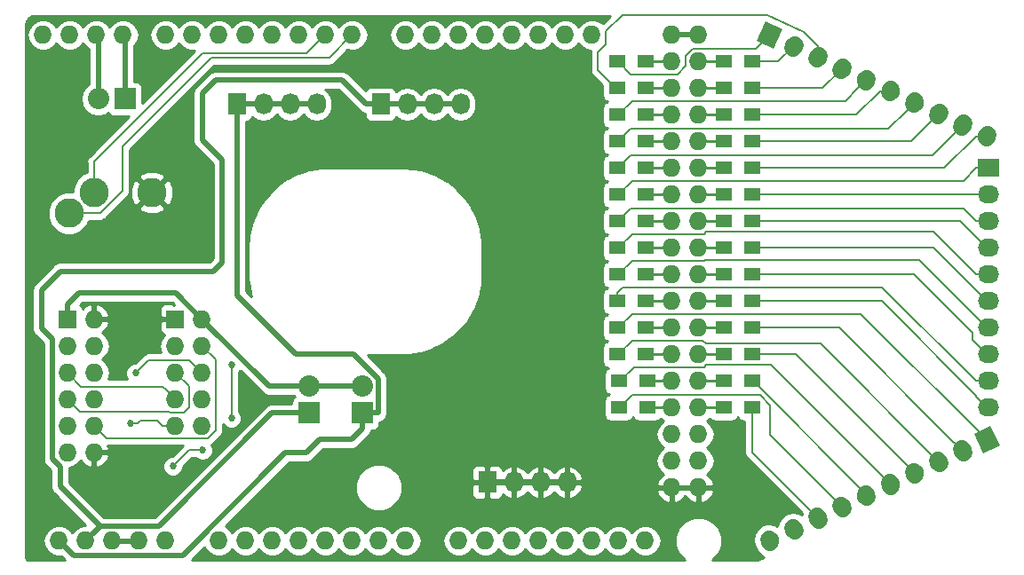
<source format=gtl>
G04 #@! TF.GenerationSoftware,KiCad,Pcbnew,5.0.0-rc2*
G04 #@! TF.CreationDate,2018-11-23T00:10:12-05:00*
G04 #@! TF.ProjectId,ZMHW_Map,5A4D48575F4D61702E6B696361645F70,rev?*
G04 #@! TF.SameCoordinates,Original*
G04 #@! TF.FileFunction,Copper,L1,Top,Signal*
G04 #@! TF.FilePolarity,Positive*
%FSLAX46Y46*%
G04 Gerber Fmt 4.6, Leading zero omitted, Abs format (unit mm)*
G04 Created by KiCad (PCBNEW 5.0.0-rc2) date Fri Nov 23 00:10:12 2018*
%MOMM*%
%LPD*%
G01*
G04 APERTURE LIST*
G04 #@! TA.AperFunction,ComponentPad*
%ADD10R,1.727200X1.727200*%
G04 #@! TD*
G04 #@! TA.AperFunction,ComponentPad*
%ADD11O,1.727200X1.727200*%
G04 #@! TD*
G04 #@! TA.AperFunction,ComponentPad*
%ADD12C,1.727200*%
G04 #@! TD*
G04 #@! TA.AperFunction,Conductor*
%ADD13C,0.100000*%
G04 #@! TD*
G04 #@! TA.AperFunction,Conductor*
%ADD14C,1.727200*%
G04 #@! TD*
G04 #@! TA.AperFunction,ComponentPad*
%ADD15O,2.032000X1.727200*%
G04 #@! TD*
G04 #@! TA.AperFunction,ComponentPad*
%ADD16R,2.032000X1.727200*%
G04 #@! TD*
G04 #@! TA.AperFunction,ComponentPad*
%ADD17R,2.032000X2.032000*%
G04 #@! TD*
G04 #@! TA.AperFunction,ComponentPad*
%ADD18O,2.032000X2.032000*%
G04 #@! TD*
G04 #@! TA.AperFunction,ComponentPad*
%ADD19R,1.727200X2.032000*%
G04 #@! TD*
G04 #@! TA.AperFunction,ComponentPad*
%ADD20O,1.727200X2.032000*%
G04 #@! TD*
G04 #@! TA.AperFunction,SMDPad,CuDef*
%ADD21R,1.500000X1.300000*%
G04 #@! TD*
G04 #@! TA.AperFunction,ComponentPad*
%ADD22C,2.800000*%
G04 #@! TD*
G04 #@! TA.AperFunction,ViaPad*
%ADD23C,0.685800*%
G04 #@! TD*
G04 #@! TA.AperFunction,Conductor*
%ADD24C,0.152400*%
G04 #@! TD*
G04 #@! TA.AperFunction,Conductor*
%ADD25C,0.508000*%
G04 #@! TD*
G04 #@! TA.AperFunction,Conductor*
%ADD26C,0.254000*%
G04 #@! TD*
G04 APERTURE END LIST*
D10*
G04 #@! TO.P,P7,1*
G04 #@! TO.N,/ENC28J60/VCC_Branch*
X153498000Y-59621500D03*
D11*
G04 #@! TO.P,P7,2*
G04 #@! TO.N,GND*
X156038000Y-59621500D03*
G04 #@! TO.P,P7,3*
G04 #@! TO.N,/ENC28J60/INT*
X153498000Y-62161500D03*
G04 #@! TO.P,P7,4*
G04 #@! TO.N,/ENC28J60/CLKOUT*
X156038000Y-62161500D03*
G04 #@! TO.P,P7,5*
G04 #@! TO.N,MISO*
X153498000Y-64701500D03*
G04 #@! TO.P,P7,6*
G04 #@! TO.N,/ENC28J60/WOL*
X156038000Y-64701500D03*
G04 #@! TO.P,P7,7*
G04 #@! TO.N,SCK*
X153498000Y-67241500D03*
G04 #@! TO.P,P7,8*
G04 #@! TO.N,MOSI*
X156038000Y-67241500D03*
G04 #@! TO.P,P7,9*
G04 #@! TO.N,/ENC28J60/RSTENC*
X153498000Y-69781500D03*
G04 #@! TO.P,P7,10*
G04 #@! TO.N,CS*
X156038000Y-69781500D03*
G04 #@! TO.P,P7,11*
G04 #@! TO.N,/ENC28J60/Q3*
X153498000Y-72321500D03*
G04 #@! TO.P,P7,12*
G04 #@! TO.N,GND*
X156038000Y-72321500D03*
G04 #@! TD*
G04 #@! TO.P,XA1,GND6*
G04 #@! TO.N,GND*
X213689000Y-75687500D03*
G04 #@! TO.P,XA1,GND5*
X211149000Y-75687500D03*
G04 #@! TO.P,XA1,D53*
G04 #@! TO.N,CS*
X213689000Y-73147500D03*
G04 #@! TO.P,XA1,D52*
G04 #@! TO.N,SCK*
X211149000Y-73147500D03*
G04 #@! TO.P,XA1,D51*
G04 #@! TO.N,MOSI*
X213689000Y-70607500D03*
G04 #@! TO.P,XA1,D50*
G04 #@! TO.N,MISO*
X211149000Y-70607500D03*
G04 #@! TO.P,XA1,D49*
G04 #@! TO.N,/D49*
X213689000Y-68067500D03*
G04 #@! TO.P,XA1,D48*
G04 #@! TO.N,/D48*
X211149000Y-68067500D03*
G04 #@! TO.P,XA1,D47*
G04 #@! TO.N,/D47*
X213689000Y-65527500D03*
G04 #@! TO.P,XA1,D46*
G04 #@! TO.N,/D46*
X211149000Y-65527500D03*
G04 #@! TO.P,XA1,D45*
G04 #@! TO.N,/D45*
X213689000Y-62987500D03*
G04 #@! TO.P,XA1,D44*
G04 #@! TO.N,/D44*
X211149000Y-62987500D03*
G04 #@! TO.P,XA1,D43*
G04 #@! TO.N,/D43*
X213689000Y-60447500D03*
G04 #@! TO.P,XA1,D42*
G04 #@! TO.N,/D42*
X211149000Y-60447500D03*
G04 #@! TO.P,XA1,D41*
G04 #@! TO.N,/D41*
X213689000Y-57907500D03*
G04 #@! TO.P,XA1,D40*
G04 #@! TO.N,/D40*
X211149000Y-57907500D03*
G04 #@! TO.P,XA1,D39*
G04 #@! TO.N,/D39*
X213689000Y-55367500D03*
G04 #@! TO.P,XA1,D38*
G04 #@! TO.N,/D38*
X211149000Y-55367500D03*
G04 #@! TO.P,XA1,D37*
G04 #@! TO.N,/D37*
X213689000Y-52827500D03*
G04 #@! TO.P,XA1,D36*
G04 #@! TO.N,/D36*
X211149000Y-52827500D03*
G04 #@! TO.P,XA1,D35*
G04 #@! TO.N,/D35*
X213689000Y-50287500D03*
G04 #@! TO.P,XA1,D34*
G04 #@! TO.N,/D34*
X211149000Y-50287500D03*
G04 #@! TO.P,XA1,D33*
G04 #@! TO.N,/D33*
X213689000Y-47747500D03*
G04 #@! TO.P,XA1,D32*
G04 #@! TO.N,/D32*
X211149000Y-47747500D03*
G04 #@! TO.P,XA1,D31*
G04 #@! TO.N,/D31*
X213689000Y-45207500D03*
G04 #@! TO.P,XA1,D30*
G04 #@! TO.N,/D30*
X211149000Y-45207500D03*
G04 #@! TO.P,XA1,D29*
G04 #@! TO.N,/D29*
X213689000Y-42667500D03*
G04 #@! TO.P,XA1,D28*
G04 #@! TO.N,/D28*
X211149000Y-42667500D03*
G04 #@! TO.P,XA1,D27*
G04 #@! TO.N,/D27*
X213689000Y-40127500D03*
G04 #@! TO.P,XA1,D26*
G04 #@! TO.N,/D26*
X211149000Y-40127500D03*
G04 #@! TO.P,XA1,D25*
G04 #@! TO.N,/D25*
X213689000Y-37587500D03*
G04 #@! TO.P,XA1,D24*
G04 #@! TO.N,/D24*
X211149000Y-37587500D03*
G04 #@! TO.P,XA1,D23*
G04 #@! TO.N,/D23*
X213689000Y-35047500D03*
G04 #@! TO.P,XA1,D22*
G04 #@! TO.N,/D22*
X211149000Y-35047500D03*
G04 #@! TO.P,XA1,5V4*
G04 #@! TO.N,+5V*
X213689000Y-32507500D03*
G04 #@! TO.P,XA1,5V3*
X211149000Y-32507500D03*
G04 #@! TO.P,XA1,A15*
G04 #@! TO.N,Net-(XA1-PadA15)*
X208609000Y-80767500D03*
G04 #@! TO.P,XA1,A14*
G04 #@! TO.N,Net-(XA1-PadA14)*
X206069000Y-80767500D03*
G04 #@! TO.P,XA1,A13*
G04 #@! TO.N,Net-(XA1-PadA13)*
X203529000Y-80767500D03*
G04 #@! TO.P,XA1,A12*
G04 #@! TO.N,Net-(XA1-PadA12)*
X200989000Y-80767500D03*
G04 #@! TO.P,XA1,A11*
G04 #@! TO.N,Net-(XA1-PadA11)*
X198449000Y-80767500D03*
G04 #@! TO.P,XA1,A10*
G04 #@! TO.N,Net-(XA1-PadA10)*
X195909000Y-80767500D03*
G04 #@! TO.P,XA1,A9*
G04 #@! TO.N,Net-(XA1-PadA9)*
X193369000Y-80767500D03*
G04 #@! TO.P,XA1,A8*
G04 #@! TO.N,Net-(XA1-PadA8)*
X190829000Y-80767500D03*
G04 #@! TO.P,XA1,A7*
G04 #@! TO.N,Net-(XA1-PadA7)*
X185749000Y-80767500D03*
G04 #@! TO.P,XA1,A6*
G04 #@! TO.N,Net-(XA1-PadA6)*
X183209000Y-80767500D03*
G04 #@! TO.P,XA1,A5*
G04 #@! TO.N,Net-(XA1-PadA5)*
X180669000Y-80767500D03*
G04 #@! TO.P,XA1,A4*
G04 #@! TO.N,Net-(XA1-PadA4)*
X178129000Y-80767500D03*
G04 #@! TO.P,XA1,A3*
G04 #@! TO.N,Net-(XA1-PadA3)*
X175589000Y-80767500D03*
G04 #@! TO.P,XA1,A2*
G04 #@! TO.N,Net-(XA1-PadA2)*
X173049000Y-80767500D03*
G04 #@! TO.P,XA1,A1*
G04 #@! TO.N,Net-(XA1-PadA1)*
X170509000Y-80767500D03*
G04 #@! TO.P,XA1,D11*
G04 #@! TO.N,Net-(XA1-PadD11)*
X151205000Y-32507500D03*
G04 #@! TO.P,XA1,D10*
G04 #@! TO.N,Net-(XA1-PadD10)*
X153745000Y-32507500D03*
G04 #@! TO.P,XA1,D9*
G04 #@! TO.N,Net-(LS1-Pad2)*
X156285000Y-32507500D03*
G04 #@! TO.P,XA1,D8*
G04 #@! TO.N,Net-(LS1-Pad1)*
X158825000Y-32507500D03*
G04 #@! TO.P,XA1,D7*
G04 #@! TO.N,Net-(XA1-PadD7)*
X162889000Y-32507500D03*
G04 #@! TO.P,XA1,D6*
G04 #@! TO.N,Net-(XA1-PadD6)*
X165429000Y-32507500D03*
G04 #@! TO.P,XA1,D5*
G04 #@! TO.N,Net-(XA1-PadD5)*
X167969000Y-32507500D03*
G04 #@! TO.P,XA1,D4*
G04 #@! TO.N,Net-(XA1-PadD4)*
X170509000Y-32507500D03*
G04 #@! TO.P,XA1,D3*
G04 #@! TO.N,Net-(XA1-PadD3)*
X173049000Y-32507500D03*
G04 #@! TO.P,XA1,D2*
G04 #@! TO.N,Net-(XA1-PadD2)*
X175589000Y-32507500D03*
G04 #@! TO.P,XA1,D1*
G04 #@! TO.N,Net-(J1-Pad1)*
X178129000Y-32507500D03*
G04 #@! TO.P,XA1,D0*
G04 #@! TO.N,Net-(J1-Pad2)*
X180669000Y-32507500D03*
G04 #@! TO.P,XA1,D14*
G04 #@! TO.N,Net-(XA1-PadD14)*
X185749000Y-32507500D03*
G04 #@! TO.P,XA1,D15*
G04 #@! TO.N,Net-(XA1-PadD15)*
X188289000Y-32507500D03*
G04 #@! TO.P,XA1,D16*
G04 #@! TO.N,Net-(XA1-PadD16)*
X190829000Y-32507500D03*
G04 #@! TO.P,XA1,D17*
G04 #@! TO.N,Net-(XA1-PadD17)*
X193369000Y-32507500D03*
G04 #@! TO.P,XA1,D18*
G04 #@! TO.N,Net-(XA1-PadD18)*
X195909000Y-32507500D03*
G04 #@! TO.P,XA1,D19*
G04 #@! TO.N,Net-(XA1-PadD19)*
X198449000Y-32507500D03*
G04 #@! TO.P,XA1,D20*
G04 #@! TO.N,Net-(XA1-PadD20)*
X200989000Y-32507500D03*
G04 #@! TO.P,XA1,D21*
G04 #@! TO.N,Net-(XA1-PadD21)*
X203529000Y-32507500D03*
G04 #@! TO.P,XA1,3V3*
G04 #@! TO.N,+3V3*
X152729000Y-80767500D03*
G04 #@! TO.P,XA1,5V1*
G04 #@! TO.N,+5V*
X155269000Y-80767500D03*
G04 #@! TO.P,XA1,GND2*
G04 #@! TO.N,GND*
X157809000Y-80767500D03*
G04 #@! TO.P,XA1,GND3*
X160349000Y-80767500D03*
G04 #@! TO.P,XA1,VIN*
G04 #@! TO.N,Net-(XA1-PadVIN)*
X162889000Y-80767500D03*
G04 #@! TO.P,XA1,A0*
G04 #@! TO.N,Net-(XA1-PadA0)*
X167969000Y-80767500D03*
G04 #@! TD*
D12*
G04 #@! TO.P,J2,1*
G04 #@! TO.N,Net-(J2-Pad1)*
X220472000Y-32512000D03*
D13*
G04 #@! TD*
G04 #@! TO.N,Net-(J2-Pad1)*
G04 #@! TO.C,J2*
G36*
X220825307Y-33797782D02*
X219259932Y-33067836D01*
X220118693Y-31226218D01*
X221684068Y-31956164D01*
X220825307Y-33797782D01*
X220825307Y-33797782D01*
G37*
D12*
G04 #@! TO.P,J2,2*
G04 #@! TO.N,Net-(J2-Pad2)*
X222774022Y-33585450D03*
D14*
G04 #@! TD*
G04 #@! TO.N,Net-(J2-Pad2)*
G04 #@! TO.C,J2*
X222709615Y-33723571D02*
X222838429Y-33447329D01*
D12*
G04 #@! TO.P,J2,3*
G04 #@! TO.N,Net-(J2-Pad3)*
X225076044Y-34658901D03*
D14*
G04 #@! TD*
G04 #@! TO.N,Net-(J2-Pad3)*
G04 #@! TO.C,J2*
X225011637Y-34797022D02*
X225140451Y-34520780D01*
D12*
G04 #@! TO.P,J2,4*
G04 #@! TO.N,Net-(J2-Pad4)*
X227378065Y-35732351D03*
D14*
G04 #@! TD*
G04 #@! TO.N,Net-(J2-Pad4)*
G04 #@! TO.C,J2*
X227313658Y-35870472D02*
X227442472Y-35594230D01*
D12*
G04 #@! TO.P,J2,5*
G04 #@! TO.N,Net-(J2-Pad5)*
X229680087Y-36805802D03*
D14*
G04 #@! TD*
G04 #@! TO.N,Net-(J2-Pad5)*
G04 #@! TO.C,J2*
X229615680Y-36943923D02*
X229744494Y-36667681D01*
D12*
G04 #@! TO.P,J2,6*
G04 #@! TO.N,Net-(J2-Pad6)*
X231982109Y-37879252D03*
D14*
G04 #@! TD*
G04 #@! TO.N,Net-(J2-Pad6)*
G04 #@! TO.C,J2*
X231917702Y-38017373D02*
X232046516Y-37741131D01*
D12*
G04 #@! TO.P,J2,7*
G04 #@! TO.N,Net-(J2-Pad7)*
X234284131Y-38952702D03*
D14*
G04 #@! TD*
G04 #@! TO.N,Net-(J2-Pad7)*
G04 #@! TO.C,J2*
X234219724Y-39090823D02*
X234348538Y-38814581D01*
D12*
G04 #@! TO.P,J2,8*
G04 #@! TO.N,Net-(J2-Pad8)*
X236586152Y-40026153D03*
D14*
G04 #@! TD*
G04 #@! TO.N,Net-(J2-Pad8)*
G04 #@! TO.C,J2*
X236521745Y-40164274D02*
X236650559Y-39888032D01*
D12*
G04 #@! TO.P,J2,9*
G04 #@! TO.N,Net-(J2-Pad9)*
X238888174Y-41099603D03*
D14*
G04 #@! TD*
G04 #@! TO.N,Net-(J2-Pad9)*
G04 #@! TO.C,J2*
X238823767Y-41237724D02*
X238952581Y-40961482D01*
D12*
G04 #@! TO.P,J2,10*
G04 #@! TO.N,Net-(J2-Pad10)*
X241190196Y-42173053D03*
D14*
G04 #@! TD*
G04 #@! TO.N,Net-(J2-Pad10)*
G04 #@! TO.C,J2*
X241125789Y-42311174D02*
X241254603Y-42034932D01*
D15*
G04 #@! TO.P,J3,10*
G04 #@! TO.N,Net-(J3-Pad10)*
X241300000Y-68072000D03*
G04 #@! TO.P,J3,9*
G04 #@! TO.N,Net-(J3-Pad9)*
X241300000Y-65532000D03*
G04 #@! TO.P,J3,8*
G04 #@! TO.N,Net-(J3-Pad8)*
X241300000Y-62992000D03*
G04 #@! TO.P,J3,7*
G04 #@! TO.N,Net-(J3-Pad7)*
X241300000Y-60452000D03*
G04 #@! TO.P,J3,6*
G04 #@! TO.N,Net-(J3-Pad6)*
X241300000Y-57912000D03*
G04 #@! TO.P,J3,5*
G04 #@! TO.N,Net-(J3-Pad5)*
X241300000Y-55372000D03*
G04 #@! TO.P,J3,4*
G04 #@! TO.N,Net-(J3-Pad4)*
X241300000Y-52832000D03*
G04 #@! TO.P,J3,3*
G04 #@! TO.N,Net-(J3-Pad3)*
X241300000Y-50292000D03*
G04 #@! TO.P,J3,2*
G04 #@! TO.N,Net-(J3-Pad2)*
X241300000Y-47752000D03*
D16*
G04 #@! TO.P,J3,1*
G04 #@! TO.N,Net-(J3-Pad1)*
X241300000Y-45212000D03*
G04 #@! TD*
D12*
G04 #@! TO.P,J4,1*
G04 #@! TO.N,Net-(J4-Pad1)*
X241190000Y-71110900D03*
D13*
G04 #@! TD*
G04 #@! TO.N,Net-(J4-Pad1)*
G04 #@! TO.C,J4*
G36*
X239977932Y-70555064D02*
X241543307Y-69825118D01*
X242402068Y-71666736D01*
X240836693Y-72396682D01*
X239977932Y-70555064D01*
X239977932Y-70555064D01*
G37*
D12*
G04 #@! TO.P,J4,2*
G04 #@! TO.N,Net-(J4-Pad2)*
X238887978Y-72184350D03*
D14*
G04 #@! TD*
G04 #@! TO.N,Net-(J4-Pad2)*
G04 #@! TO.C,J4*
X238823571Y-72046229D02*
X238952385Y-72322471D01*
D12*
G04 #@! TO.P,J4,3*
G04 #@! TO.N,Net-(J4-Pad3)*
X236585956Y-73257801D03*
D14*
G04 #@! TD*
G04 #@! TO.N,Net-(J4-Pad3)*
G04 #@! TO.C,J4*
X236521549Y-73119680D02*
X236650363Y-73395922D01*
D12*
G04 #@! TO.P,J4,4*
G04 #@! TO.N,Net-(J4-Pad4)*
X234283935Y-74331251D03*
D14*
G04 #@! TD*
G04 #@! TO.N,Net-(J4-Pad4)*
G04 #@! TO.C,J4*
X234219528Y-74193130D02*
X234348342Y-74469372D01*
D12*
G04 #@! TO.P,J4,5*
G04 #@! TO.N,Net-(J4-Pad5)*
X231981913Y-75404702D03*
D14*
G04 #@! TD*
G04 #@! TO.N,Net-(J4-Pad5)*
G04 #@! TO.C,J4*
X231917506Y-75266581D02*
X232046320Y-75542823D01*
D12*
G04 #@! TO.P,J4,6*
G04 #@! TO.N,Net-(J4-Pad6)*
X229679891Y-76478152D03*
D14*
G04 #@! TD*
G04 #@! TO.N,Net-(J4-Pad6)*
G04 #@! TO.C,J4*
X229615484Y-76340031D02*
X229744298Y-76616273D01*
D12*
G04 #@! TO.P,J4,7*
G04 #@! TO.N,Net-(J4-Pad7)*
X227377869Y-77551602D03*
D14*
G04 #@! TD*
G04 #@! TO.N,Net-(J4-Pad7)*
G04 #@! TO.C,J4*
X227313462Y-77413481D02*
X227442276Y-77689723D01*
D12*
G04 #@! TO.P,J4,8*
G04 #@! TO.N,Net-(J4-Pad8)*
X225075848Y-78625053D03*
D14*
G04 #@! TD*
G04 #@! TO.N,Net-(J4-Pad8)*
G04 #@! TO.C,J4*
X225011441Y-78486932D02*
X225140255Y-78763174D01*
D12*
G04 #@! TO.P,J4,9*
G04 #@! TO.N,Net-(J4-Pad9)*
X222773826Y-79698503D03*
D14*
G04 #@! TD*
G04 #@! TO.N,Net-(J4-Pad9)*
G04 #@! TO.C,J4*
X222709419Y-79560382D02*
X222838233Y-79836624D01*
D12*
G04 #@! TO.P,J4,10*
G04 #@! TO.N,Net-(J4-Pad10)*
X220471804Y-80771953D03*
D14*
G04 #@! TD*
G04 #@! TO.N,Net-(J4-Pad10)*
G04 #@! TO.C,J4*
X220407397Y-80633832D02*
X220536211Y-80910074D01*
D17*
G04 #@! TO.P,LS1,1*
G04 #@! TO.N,Net-(LS1-Pad1)*
X159004000Y-38608000D03*
D18*
G04 #@! TO.P,LS1,2*
G04 #@! TO.N,Net-(LS1-Pad2)*
X156464000Y-38608000D03*
G04 #@! TD*
D19*
G04 #@! TO.P,P1,1*
G04 #@! TO.N,+5V*
X183388000Y-39116000D03*
D20*
G04 #@! TO.P,P1,2*
X185928000Y-39116000D03*
G04 #@! TO.P,P1,3*
X188468000Y-39116000D03*
G04 #@! TO.P,P1,4*
X191008000Y-39116000D03*
G04 #@! TD*
G04 #@! TO.P,P2,4*
G04 #@! TO.N,GND*
X201168000Y-75184000D03*
G04 #@! TO.P,P2,3*
X198628000Y-75184000D03*
G04 #@! TO.P,P2,2*
X196088000Y-75184000D03*
D19*
G04 #@! TO.P,P2,1*
X193548000Y-75184000D03*
G04 #@! TD*
G04 #@! TO.P,P3,1*
G04 #@! TO.N,+3V3*
X169672000Y-39116000D03*
D20*
G04 #@! TO.P,P3,2*
X172212000Y-39116000D03*
G04 #@! TO.P,P3,3*
X174752000Y-39116000D03*
G04 #@! TO.P,P3,4*
X177292000Y-39116000D03*
G04 #@! TD*
D17*
G04 #@! TO.P,P4,1*
G04 #@! TO.N,+3V3*
X181610000Y-68580000D03*
D18*
G04 #@! TO.P,P4,2*
G04 #@! TO.N,/ENC28J60/VCC_Branch*
X181610000Y-66040000D03*
G04 #@! TD*
G04 #@! TO.P,P5,2*
G04 #@! TO.N,/ENC28J60/VCC_Branch*
X176530000Y-66040000D03*
D17*
G04 #@! TO.P,P5,1*
G04 #@! TO.N,+5V*
X176530000Y-68580000D03*
G04 #@! TD*
D10*
G04 #@! TO.P,P6,1*
G04 #@! TO.N,GND*
X163818000Y-59621500D03*
D11*
G04 #@! TO.P,P6,2*
G04 #@! TO.N,/ENC28J60/VCC_Branch*
X166358000Y-59621500D03*
G04 #@! TO.P,P6,3*
G04 #@! TO.N,/ENC28J60/RSTENC*
X163818000Y-62161500D03*
G04 #@! TO.P,P6,4*
G04 #@! TO.N,CS*
X166358000Y-62161500D03*
G04 #@! TO.P,P6,5*
G04 #@! TO.N,SCK*
X163818000Y-64701500D03*
G04 #@! TO.P,P6,6*
G04 #@! TO.N,MOSI*
X166358000Y-64701500D03*
G04 #@! TO.P,P6,7*
G04 #@! TO.N,MISO*
X163818000Y-67241500D03*
G04 #@! TO.P,P6,8*
G04 #@! TO.N,/ENC28J60/WOL*
X166358000Y-67241500D03*
G04 #@! TO.P,P6,9*
G04 #@! TO.N,/ENC28J60/INT*
X163818000Y-69781500D03*
G04 #@! TO.P,P6,10*
G04 #@! TO.N,/ENC28J60/CLKOUT*
X166358000Y-69781500D03*
G04 #@! TD*
D21*
G04 #@! TO.P,R1,1*
G04 #@! TO.N,/D22*
X208614000Y-35052000D03*
G04 #@! TO.P,R1,2*
G04 #@! TO.N,Net-(J2-Pad1)*
X205914000Y-35052000D03*
G04 #@! TD*
G04 #@! TO.P,R2,2*
G04 #@! TO.N,/D23*
X216074000Y-35052000D03*
G04 #@! TO.P,R2,1*
G04 #@! TO.N,Net-(J2-Pad2)*
X218774000Y-35052000D03*
G04 #@! TD*
G04 #@! TO.P,R3,1*
G04 #@! TO.N,/D24*
X208614000Y-37592000D03*
G04 #@! TO.P,R3,2*
G04 #@! TO.N,Net-(J2-Pad3)*
X205914000Y-37592000D03*
G04 #@! TD*
G04 #@! TO.P,R4,2*
G04 #@! TO.N,Net-(J2-Pad4)*
X218774000Y-37592000D03*
G04 #@! TO.P,R4,1*
G04 #@! TO.N,/D25*
X216074000Y-37592000D03*
G04 #@! TD*
G04 #@! TO.P,R5,1*
G04 #@! TO.N,/D26*
X208614000Y-40132000D03*
G04 #@! TO.P,R5,2*
G04 #@! TO.N,Net-(J2-Pad5)*
X205914000Y-40132000D03*
G04 #@! TD*
G04 #@! TO.P,R6,2*
G04 #@! TO.N,Net-(J2-Pad6)*
X218774000Y-40132000D03*
G04 #@! TO.P,R6,1*
G04 #@! TO.N,/D27*
X216074000Y-40132000D03*
G04 #@! TD*
G04 #@! TO.P,R7,1*
G04 #@! TO.N,/D28*
X208614000Y-42672000D03*
G04 #@! TO.P,R7,2*
G04 #@! TO.N,Net-(J2-Pad7)*
X205914000Y-42672000D03*
G04 #@! TD*
G04 #@! TO.P,R8,2*
G04 #@! TO.N,Net-(J2-Pad8)*
X218774000Y-42672000D03*
G04 #@! TO.P,R8,1*
G04 #@! TO.N,/D29*
X216074000Y-42672000D03*
G04 #@! TD*
G04 #@! TO.P,R9,1*
G04 #@! TO.N,/D30*
X208614000Y-45212000D03*
G04 #@! TO.P,R9,2*
G04 #@! TO.N,Net-(J2-Pad9)*
X205914000Y-45212000D03*
G04 #@! TD*
G04 #@! TO.P,R10,1*
G04 #@! TO.N,/D31*
X216074000Y-45212000D03*
G04 #@! TO.P,R10,2*
G04 #@! TO.N,Net-(J2-Pad10)*
X218774000Y-45212000D03*
G04 #@! TD*
G04 #@! TO.P,R11,1*
G04 #@! TO.N,/D32*
X208614000Y-47752000D03*
G04 #@! TO.P,R11,2*
G04 #@! TO.N,Net-(J3-Pad1)*
X205914000Y-47752000D03*
G04 #@! TD*
G04 #@! TO.P,R12,2*
G04 #@! TO.N,/D33*
X216074000Y-47752000D03*
G04 #@! TO.P,R12,1*
G04 #@! TO.N,Net-(J3-Pad2)*
X218774000Y-47752000D03*
G04 #@! TD*
G04 #@! TO.P,R13,1*
G04 #@! TO.N,/D34*
X208614000Y-50292000D03*
G04 #@! TO.P,R13,2*
G04 #@! TO.N,Net-(J3-Pad3)*
X205914000Y-50292000D03*
G04 #@! TD*
G04 #@! TO.P,R14,2*
G04 #@! TO.N,Net-(J3-Pad4)*
X218774000Y-50292000D03*
G04 #@! TO.P,R14,1*
G04 #@! TO.N,/D35*
X216074000Y-50292000D03*
G04 #@! TD*
G04 #@! TO.P,R15,1*
G04 #@! TO.N,/D36*
X208614000Y-52832000D03*
G04 #@! TO.P,R15,2*
G04 #@! TO.N,Net-(J3-Pad5)*
X205914000Y-52832000D03*
G04 #@! TD*
G04 #@! TO.P,R16,2*
G04 #@! TO.N,Net-(J3-Pad6)*
X218774000Y-52832000D03*
G04 #@! TO.P,R16,1*
G04 #@! TO.N,/D37*
X216074000Y-52832000D03*
G04 #@! TD*
G04 #@! TO.P,R17,1*
G04 #@! TO.N,/D38*
X208614000Y-55372000D03*
G04 #@! TO.P,R17,2*
G04 #@! TO.N,Net-(J3-Pad7)*
X205914000Y-55372000D03*
G04 #@! TD*
G04 #@! TO.P,R18,2*
G04 #@! TO.N,Net-(J3-Pad8)*
X218774000Y-55372000D03*
G04 #@! TO.P,R18,1*
G04 #@! TO.N,/D39*
X216074000Y-55372000D03*
G04 #@! TD*
G04 #@! TO.P,R19,1*
G04 #@! TO.N,/D40*
X208614000Y-57912000D03*
G04 #@! TO.P,R19,2*
G04 #@! TO.N,Net-(J3-Pad9)*
X205914000Y-57912000D03*
G04 #@! TD*
G04 #@! TO.P,R20,2*
G04 #@! TO.N,Net-(J3-Pad10)*
X218774000Y-57912000D03*
G04 #@! TO.P,R20,1*
G04 #@! TO.N,/D41*
X216074000Y-57912000D03*
G04 #@! TD*
G04 #@! TO.P,R21,2*
G04 #@! TO.N,Net-(J4-Pad1)*
X205914000Y-60452000D03*
G04 #@! TO.P,R21,1*
G04 #@! TO.N,/D42*
X208614000Y-60452000D03*
G04 #@! TD*
G04 #@! TO.P,R22,1*
G04 #@! TO.N,Net-(J4-Pad2)*
X218774000Y-60452000D03*
G04 #@! TO.P,R22,2*
G04 #@! TO.N,/D43*
X216074000Y-60452000D03*
G04 #@! TD*
G04 #@! TO.P,R23,2*
G04 #@! TO.N,Net-(J4-Pad3)*
X205914000Y-62992000D03*
G04 #@! TO.P,R23,1*
G04 #@! TO.N,/D44*
X208614000Y-62992000D03*
G04 #@! TD*
G04 #@! TO.P,R24,1*
G04 #@! TO.N,/D45*
X216074000Y-62992000D03*
G04 #@! TO.P,R24,2*
G04 #@! TO.N,Net-(J4-Pad4)*
X218774000Y-62992000D03*
G04 #@! TD*
G04 #@! TO.P,R25,2*
G04 #@! TO.N,Net-(J4-Pad5)*
X206088000Y-65532000D03*
G04 #@! TO.P,R25,1*
G04 #@! TO.N,/D46*
X208788000Y-65532000D03*
G04 #@! TD*
G04 #@! TO.P,R26,2*
G04 #@! TO.N,Net-(J4-Pad6)*
X218774000Y-65532000D03*
G04 #@! TO.P,R26,1*
G04 #@! TO.N,/D47*
X216074000Y-65532000D03*
G04 #@! TD*
G04 #@! TO.P,R27,1*
G04 #@! TO.N,/D48*
X208788000Y-68072000D03*
G04 #@! TO.P,R27,2*
G04 #@! TO.N,Net-(J4-Pad7)*
X206088000Y-68072000D03*
G04 #@! TD*
G04 #@! TO.P,R28,2*
G04 #@! TO.N,Net-(J4-Pad8)*
X218774000Y-68072000D03*
G04 #@! TO.P,R28,1*
G04 #@! TO.N,/D49*
X216074000Y-68072000D03*
G04 #@! TD*
D22*
G04 #@! TO.P,J1,S*
G04 #@! TO.N,Net-(J1-Pad2)*
X153670000Y-49530000D03*
G04 #@! TO.P,J1,T*
G04 #@! TO.N,Net-(J1-Pad1)*
X156070000Y-47530000D03*
G04 #@! TO.P,J1,R*
G04 #@! TO.N,GND*
X161570000Y-47530000D03*
G04 #@! TD*
D23*
G04 #@! TO.N,GND*
X159004000Y-72771000D03*
G04 #@! TO.N,MOSI*
X160020000Y-64770000D03*
G04 #@! TO.N,/ENC28J60/WOL*
X169164000Y-69088000D03*
X169164000Y-64008000D03*
G04 #@! TO.N,/ENC28J60/INT*
X159562800Y-69596000D03*
G04 #@! TO.N,/ENC28J60/CLKOUT*
X163576000Y-73660000D03*
X166420800Y-72136000D03*
G04 #@! TD*
D24*
G04 #@! TO.N,Net-(J1-Pad1)*
X156070000Y-47530000D02*
X156070000Y-44590000D01*
X156070000Y-44590000D02*
X166370000Y-34290000D01*
X166370000Y-34290000D02*
X176347000Y-34290000D01*
X176347000Y-34290000D02*
X178129000Y-32507500D01*
G04 #@! TO.N,Net-(J2-Pad1)*
X205914000Y-35052000D02*
X206014000Y-35052000D01*
X206014000Y-35052000D02*
X207203000Y-36241300D01*
X207203000Y-36241300D02*
X211722000Y-36241300D01*
X211722000Y-36241300D02*
X212495000Y-35468100D01*
X212495000Y-35468100D02*
X212495000Y-34474500D01*
X212495000Y-34474500D02*
X213116000Y-33853700D01*
X213116000Y-33853700D02*
X219130000Y-33853700D01*
X219130000Y-33853700D02*
X219637000Y-33347200D01*
X219637000Y-33347200D02*
X220472000Y-32512000D01*
G04 #@! TO.N,Net-(J2-Pad2)*
X218774000Y-35052000D02*
X221307000Y-35052000D01*
X221307000Y-35052000D02*
X222774000Y-33585400D01*
G04 #@! TO.N,Net-(J2-Pad3)*
X224840246Y-33324800D02*
X225076000Y-33560500D01*
X223747392Y-32231946D02*
X224840246Y-33324800D01*
X220287678Y-30577300D02*
X223747392Y-32231946D01*
X206413000Y-30577300D02*
X220287678Y-30577300D01*
X225076000Y-33560500D02*
X225076000Y-34658900D01*
X204834000Y-32156000D02*
X206413000Y-30577300D01*
X204834000Y-33426400D02*
X204825600Y-33426400D01*
X204834000Y-33426400D02*
X204834000Y-32156000D01*
X204825600Y-33426400D02*
X204114400Y-34137600D01*
X205814000Y-37592000D02*
X205914000Y-37592000D01*
X204114400Y-35892400D02*
X205814000Y-37592000D01*
X204114400Y-34137600D02*
X204114400Y-35892400D01*
G04 #@! TO.N,Net-(J2-Pad4)*
X218774000Y-37592000D02*
X225518000Y-37592000D01*
X225518000Y-37592000D02*
X227378000Y-35732400D01*
G04 #@! TO.N,Net-(J2-Pad5)*
X205914000Y-40132000D02*
X206014000Y-40132000D01*
X206014000Y-40132000D02*
X207365000Y-38781300D01*
X207365000Y-38781300D02*
X227705000Y-38781300D01*
X227705000Y-38781300D02*
X228901000Y-37585200D01*
X228901000Y-37585200D02*
X229680000Y-36805800D01*
G04 #@! TO.N,Net-(J2-Pad6)*
X230713000Y-38134400D02*
X230968000Y-37879300D01*
X230968000Y-37879300D02*
X231982000Y-37879300D01*
X228715724Y-40132000D02*
X226314000Y-40132000D01*
X231982109Y-37879252D02*
X230968472Y-37879252D01*
X230968472Y-37879252D02*
X228715724Y-40132000D01*
X226314000Y-40132000D02*
X226929000Y-40132000D01*
X218774000Y-40132000D02*
X226314000Y-40132000D01*
G04 #@! TO.N,Net-(J2-Pad7)*
X205914000Y-42672000D02*
X206014000Y-42672000D01*
X206014000Y-42672000D02*
X207212000Y-41473700D01*
X207212000Y-41473700D02*
X231763000Y-41473700D01*
X231763000Y-41473700D02*
X233505000Y-39732100D01*
X233505000Y-39732100D02*
X234284000Y-38952700D01*
G04 #@! TO.N,Net-(J2-Pad8)*
X218774000Y-42672000D02*
X233940000Y-42672000D01*
X233940000Y-42672000D02*
X236586000Y-40026200D01*
G04 #@! TO.N,Net-(J2-Pad9)*
X205914000Y-45212000D02*
X206014000Y-45212000D01*
X206014000Y-45212000D02*
X207212000Y-44013700D01*
X207212000Y-44013700D02*
X235974000Y-44013700D01*
X235974000Y-44013700D02*
X238109000Y-41879000D01*
X238109000Y-41879000D02*
X238888000Y-41099600D01*
G04 #@! TO.N,Net-(J2-Pad10)*
X241190000Y-42173100D02*
X241190200Y-42173100D01*
X241190000Y-42173100D02*
X240177000Y-42173100D01*
X240177000Y-42173100D02*
X237138000Y-45212000D01*
X237138000Y-45212000D02*
X218774000Y-45212000D01*
G04 #@! TO.N,Net-(J3-Pad10)*
X218774000Y-57912000D02*
X231140000Y-57912000D01*
X231140000Y-57912000D02*
X240132000Y-66903600D01*
X240132000Y-66903600D02*
X240132000Y-67056000D01*
X240132000Y-67056000D02*
X241148000Y-68072000D01*
X241148000Y-68072000D02*
X241300000Y-68072000D01*
G04 #@! TO.N,Net-(J3-Pad9)*
X205914000Y-57912000D02*
X205914000Y-57109600D01*
X205914000Y-57109600D02*
X206462000Y-56561300D01*
X206462000Y-56561300D02*
X231161000Y-56561300D01*
X231161000Y-56561300D02*
X240132000Y-65532000D01*
X240132000Y-65532000D02*
X241300000Y-65532000D01*
G04 #@! TO.N,Net-(J3-Pad8)*
X218774000Y-55372000D02*
X234188000Y-55372000D01*
X234188000Y-55372000D02*
X239776000Y-60960000D01*
X239776000Y-60960000D02*
X239776000Y-61620400D01*
X239776000Y-61620400D02*
X241148000Y-62992000D01*
X241148000Y-62992000D02*
X241300000Y-62992000D01*
G04 #@! TO.N,Net-(J3-Pad7)*
X241300000Y-60452000D02*
X241148000Y-60452000D01*
X241148000Y-60452000D02*
X234696000Y-54000400D01*
X234696000Y-54000400D02*
X214283000Y-54000400D01*
X214283000Y-54000400D02*
X214262000Y-54021300D01*
X214262000Y-54021300D02*
X207365000Y-54021300D01*
X207365000Y-54021300D02*
X206014000Y-55372000D01*
X206014000Y-55372000D02*
X205914000Y-55372000D01*
G04 #@! TO.N,Net-(J3-Pad6)*
X218774000Y-52832000D02*
X236068000Y-52832000D01*
X236068000Y-52832000D02*
X241148000Y-57912000D01*
X241148000Y-57912000D02*
X241300000Y-57912000D01*
G04 #@! TO.N,Net-(J3-Pad5)*
X241300000Y-55372000D02*
X240132000Y-55372000D01*
X240132000Y-55372000D02*
X236068000Y-51308000D01*
X236068000Y-51308000D02*
X214435000Y-51308000D01*
X214435000Y-51308000D02*
X214262000Y-51481300D01*
X214262000Y-51481300D02*
X207365000Y-51481300D01*
X207365000Y-51481300D02*
X206014000Y-52832000D01*
X206014000Y-52832000D02*
X205914000Y-52832000D01*
G04 #@! TO.N,Net-(J3-Pad4)*
X241300000Y-52832000D02*
X241148000Y-52832000D01*
X241148000Y-52832000D02*
X238608000Y-50292000D01*
X238608000Y-50292000D02*
X218774000Y-50292000D01*
G04 #@! TO.N,Net-(J3-Pad3)*
X205914000Y-50292000D02*
X206014000Y-50292000D01*
X206014000Y-50292000D02*
X207212000Y-49093700D01*
X207212000Y-49093700D02*
X238933000Y-49093700D01*
X238933000Y-49093700D02*
X240132000Y-50292000D01*
X240132000Y-50292000D02*
X241300000Y-50292000D01*
G04 #@! TO.N,Net-(J3-Pad2)*
X241300000Y-47752000D02*
X218774000Y-47752000D01*
G04 #@! TO.N,Net-(J3-Pad1)*
X205914000Y-47752000D02*
X206014000Y-47752000D01*
X206014000Y-47752000D02*
X207365000Y-46401300D01*
X207365000Y-46401300D02*
X238942000Y-46401300D01*
X238942000Y-46401300D02*
X240132000Y-45212000D01*
X240132000Y-45212000D02*
X241300000Y-45212000D01*
G04 #@! TO.N,Net-(J4-Pad1)*
X205914000Y-60452000D02*
X206014000Y-60452000D01*
X206014000Y-60452000D02*
X207365000Y-59101300D01*
X207365000Y-59101300D02*
X229181000Y-59101300D01*
X229181000Y-59101300D02*
X241190000Y-71110900D01*
G04 #@! TO.N,Net-(J4-Pad2)*
X238888000Y-72184400D02*
X238109000Y-71405000D01*
X238109000Y-71405000D02*
X238029000Y-71405000D01*
X238029000Y-71405000D02*
X227076000Y-60452000D01*
X227076000Y-60452000D02*
X218774000Y-60452000D01*
G04 #@! TO.N,Net-(J4-Pad3)*
X236586000Y-73257800D02*
X225304000Y-61976000D01*
X225304000Y-61976000D02*
X214376000Y-61976000D01*
X214376000Y-61976000D02*
X214041000Y-61641300D01*
X214041000Y-61641300D02*
X207365000Y-61641300D01*
X207365000Y-61641300D02*
X206014000Y-62992000D01*
X206014000Y-62992000D02*
X205914000Y-62992000D01*
G04 #@! TO.N,Net-(J4-Pad4)*
X218774000Y-62992000D02*
X222945000Y-62992000D01*
X222945000Y-62992000D02*
X234284000Y-74331300D01*
G04 #@! TO.N,Net-(J4-Pad5)*
X231982000Y-75404700D02*
X220585000Y-64008000D01*
X220585000Y-64008000D02*
X214435000Y-64008000D01*
X214435000Y-64008000D02*
X214262000Y-64181300D01*
X214262000Y-64181300D02*
X207539000Y-64181300D01*
X207539000Y-64181300D02*
X206188000Y-65532000D01*
X206188000Y-65532000D02*
X206088000Y-65532000D01*
G04 #@! TO.N,Net-(J4-Pad6)*
X218774000Y-65532000D02*
X218874000Y-65532000D01*
X218874000Y-65532000D02*
X229680000Y-76338100D01*
X229680000Y-76338100D02*
X229680000Y-76478200D01*
G04 #@! TO.N,Net-(J4-Pad7)*
X220522800Y-67826438D02*
X220522800Y-70696574D01*
X220844626Y-71018400D02*
X227378000Y-77551600D01*
X220522800Y-70696574D02*
X220844626Y-71018400D01*
X219570062Y-66873700D02*
X220522800Y-67826438D01*
X207386000Y-66873700D02*
X219570062Y-66873700D01*
X206188000Y-68072000D02*
X207386000Y-66873700D01*
X206088000Y-68072000D02*
X206188000Y-68072000D01*
G04 #@! TO.N,Net-(J4-Pad8)*
X218774000Y-68072000D02*
X218774000Y-72323100D01*
X218774000Y-72323100D02*
X225076000Y-78625100D01*
D25*
G04 #@! TO.N,Net-(LS1-Pad1)*
X159004000Y-38608000D02*
X159004000Y-32686500D01*
X159004000Y-32686500D02*
X158825000Y-32507500D01*
G04 #@! TO.N,Net-(LS1-Pad2)*
X156464000Y-38608000D02*
X156464000Y-32686500D01*
X156464000Y-32686500D02*
X156285000Y-32507500D01*
G04 #@! TO.N,+5V*
X185928000Y-39116000D02*
X183388000Y-39116000D01*
X188468000Y-39116000D02*
X185928000Y-39116000D01*
X191008000Y-39116000D02*
X188468000Y-39116000D01*
X176530000Y-68580000D02*
X175006000Y-68580000D01*
X213689000Y-32507500D02*
X211149000Y-32507500D01*
X176530000Y-68580000D02*
X175006000Y-68580000D01*
X156641000Y-79395900D02*
X156133000Y-79903900D01*
X156133000Y-79903900D02*
X155269000Y-80767500D01*
X175006000Y-68580000D02*
X173047000Y-68580000D01*
X173047000Y-68580000D02*
X162231000Y-79395900D01*
X162231000Y-79395900D02*
X156641000Y-79395900D01*
X182016000Y-39116000D02*
X183388000Y-39116000D01*
X179730000Y-36830000D02*
X182016000Y-39116000D01*
X167640000Y-36830000D02*
X179730000Y-36830000D01*
X166370000Y-38100000D02*
X167640000Y-36830000D01*
X156641000Y-79395900D02*
X152840000Y-75595300D01*
X152840000Y-75595300D02*
X152840000Y-73693100D01*
X151079200Y-56845200D02*
X152857200Y-55067200D01*
X152127000Y-72979900D02*
X152127000Y-61550600D01*
X168300000Y-44450000D02*
X166370000Y-42519600D01*
X152840000Y-73693100D02*
X152127000Y-72979900D01*
X152127000Y-61550600D02*
X151079200Y-60502800D01*
X166370000Y-42519600D02*
X166370000Y-38100000D01*
X151079200Y-60502800D02*
X151079200Y-56845200D01*
X152857200Y-55067200D02*
X167436400Y-55067200D01*
X167436400Y-55067200D02*
X168300000Y-54203600D01*
X168300000Y-54203600D02*
X168300000Y-44450000D01*
G04 #@! TO.N,GND*
X198628000Y-75184000D02*
X196088000Y-75184000D01*
X201168000Y-75184000D02*
X198628000Y-75184000D01*
X196088000Y-75184000D02*
X193548000Y-75184000D01*
D26*
X213689000Y-75687500D02*
X211149000Y-75687500D01*
D25*
G04 #@! TO.N,+3V3*
X172212000Y-39116000D02*
X174752000Y-39116000D01*
X169672000Y-39116000D02*
X172212000Y-39116000D01*
X174752000Y-39116000D02*
X177292000Y-39116000D01*
X181610000Y-68580000D02*
X183134000Y-68580000D01*
X183134000Y-68580000D02*
X183134000Y-65308500D01*
X183134000Y-65308500D02*
X180767000Y-62941200D01*
X180767000Y-62941200D02*
X175275000Y-62941200D01*
X175275000Y-62941200D02*
X169672000Y-57337800D01*
X169672000Y-57337800D02*
X169672000Y-39116000D01*
X152729000Y-80767500D02*
X154101000Y-82139100D01*
X154101000Y-82139100D02*
X164567000Y-82139100D01*
X164567000Y-82139100D02*
X174317000Y-72390000D01*
X174317000Y-72390000D02*
X176276000Y-72390000D01*
X176276000Y-72390000D02*
X177546000Y-71120000D01*
X177546000Y-71120000D02*
X180594000Y-71120000D01*
X180594000Y-71120000D02*
X181610000Y-70104000D01*
X181610000Y-70104000D02*
X181610000Y-68580000D01*
G04 #@! TO.N,/ENC28J60/VCC_Branch*
X166358000Y-59621500D02*
X163887000Y-57150000D01*
X163887000Y-57150000D02*
X154598000Y-57150000D01*
X154598000Y-57150000D02*
X153498000Y-58249900D01*
X153498000Y-58249900D02*
X153498000Y-59621500D01*
X181610000Y-66040000D02*
X176530000Y-66040000D01*
X176530000Y-66040000D02*
X172777000Y-66040000D01*
X172777000Y-66040000D02*
X166358000Y-59621500D01*
D24*
G04 #@! TO.N,CS*
X166358000Y-62161500D02*
X167640000Y-63443200D01*
X167640000Y-63443200D02*
X167640000Y-70266700D01*
X167640000Y-70266700D02*
X166931000Y-70975300D01*
X166931000Y-70975300D02*
X157232000Y-70975300D01*
X157232000Y-70975300D02*
X156902000Y-70645100D01*
X156902000Y-70645100D02*
X156038000Y-69781500D01*
G04 #@! TO.N,SCK*
X165100000Y-65983500D02*
X163818000Y-64701500D01*
X165100000Y-68072000D02*
X165100000Y-65983500D01*
X164642800Y-68529200D02*
X165100000Y-68072000D01*
X163322000Y-68529200D02*
X164642800Y-68529200D01*
X163228100Y-68435300D02*
X163322000Y-68529200D01*
X154692000Y-68435300D02*
X163228100Y-68435300D01*
X154362000Y-68105100D02*
X154692000Y-68435300D01*
X153498000Y-67241500D02*
X154362000Y-68105100D01*
G04 #@! TO.N,MOSI*
X166358000Y-64701500D02*
X165165000Y-63507700D01*
X165165000Y-63507700D02*
X161282000Y-63507700D01*
X161282000Y-63507700D02*
X160020000Y-64770000D01*
G04 #@! TO.N,MISO*
X153498000Y-64701500D02*
X154845000Y-66047700D01*
X154845000Y-66047700D02*
X162625000Y-66047700D01*
X162625000Y-66047700D02*
X162955000Y-66377900D01*
X162955000Y-66377900D02*
X163818000Y-67241500D01*
G04 #@! TO.N,/ENC28J60/WOL*
X169164000Y-69088000D02*
X169164000Y-64008000D01*
X169164000Y-64008000D02*
X169164000Y-64008000D01*
G04 #@! TO.N,/ENC28J60/INT*
X163818000Y-69781500D02*
X162623900Y-69781500D01*
X160515600Y-69269100D02*
X162111500Y-69269100D01*
X162111500Y-69269100D02*
X162623900Y-69781500D01*
X160188700Y-69596000D02*
X159562800Y-69596000D01*
X160515600Y-69269100D02*
X160188700Y-69596000D01*
G04 #@! TO.N,/ENC28J60/CLKOUT*
X165100000Y-72136000D02*
X163576000Y-73660000D01*
X166420800Y-72136000D02*
X165100000Y-72136000D01*
D26*
G04 #@! TO.N,/D22*
X208614000Y-35052000D02*
X211145000Y-35052000D01*
X211145000Y-35052000D02*
X211149000Y-35047500D01*
G04 #@! TO.N,/D23*
X213689000Y-35047500D02*
X216070000Y-35047500D01*
X216070000Y-35047500D02*
X216074000Y-35052000D01*
G04 #@! TO.N,/D24*
X211149000Y-37587500D02*
X208618000Y-37587500D01*
X208618000Y-37587500D02*
X208614000Y-37592000D01*
G04 #@! TO.N,/D25*
X216074000Y-37592000D02*
X213694000Y-37592000D01*
X213694000Y-37592000D02*
X213689000Y-37587500D01*
G04 #@! TO.N,/D26*
X208614000Y-40132000D02*
X211145000Y-40132000D01*
X211145000Y-40132000D02*
X211149000Y-40127500D01*
G04 #@! TO.N,/D27*
X213689000Y-40127500D02*
X216070000Y-40127500D01*
X216070000Y-40127500D02*
X216074000Y-40132000D01*
G04 #@! TO.N,/D28*
X208614000Y-42672000D02*
X211145000Y-42672000D01*
X211145000Y-42672000D02*
X211149000Y-42667500D01*
G04 #@! TO.N,/D29*
X213689000Y-42667500D02*
X215388000Y-42667500D01*
X215388000Y-42667500D02*
X215392000Y-42672000D01*
X215392000Y-42672000D02*
X216074000Y-42672000D01*
G04 #@! TO.N,/D30*
X211149000Y-45207500D02*
X208618000Y-45207500D01*
X208618000Y-45207500D02*
X208614000Y-45212000D01*
G04 #@! TO.N,/D31*
X216074000Y-45212000D02*
X213694000Y-45212000D01*
X213694000Y-45212000D02*
X213689000Y-45207500D01*
G04 #@! TO.N,/D32*
X208614000Y-47752000D02*
X211145000Y-47752000D01*
X211145000Y-47752000D02*
X211149000Y-47747500D01*
G04 #@! TO.N,/D33*
X213689000Y-47747500D02*
X216070000Y-47747500D01*
X216070000Y-47747500D02*
X216074000Y-47752000D01*
G04 #@! TO.N,/D34*
X211149000Y-50287500D02*
X208618000Y-50287500D01*
X208618000Y-50287500D02*
X208614000Y-50292000D01*
G04 #@! TO.N,/D35*
X216074000Y-50292000D02*
X213694000Y-50292000D01*
X213694000Y-50292000D02*
X213689000Y-50287500D01*
G04 #@! TO.N,/D36*
X208614000Y-52832000D02*
X211145000Y-52832000D01*
X211145000Y-52832000D02*
X211149000Y-52827500D01*
G04 #@! TO.N,/D37*
X213689000Y-52827500D02*
X216070000Y-52827500D01*
X216070000Y-52827500D02*
X216074000Y-52832000D01*
G04 #@! TO.N,/D38*
X211149000Y-55367500D02*
X208618000Y-55367500D01*
X208618000Y-55367500D02*
X208614000Y-55372000D01*
G04 #@! TO.N,/D39*
X216074000Y-55372000D02*
X213694000Y-55372000D01*
X213694000Y-55372000D02*
X213689000Y-55367500D01*
G04 #@! TO.N,/D40*
X208614000Y-57912000D02*
X211145000Y-57912000D01*
X211145000Y-57912000D02*
X211149000Y-57907500D01*
G04 #@! TO.N,/D41*
X213689000Y-57907500D02*
X216070000Y-57907500D01*
X216070000Y-57907500D02*
X216074000Y-57912000D01*
G04 #@! TO.N,/D42*
X211149000Y-60447500D02*
X208618000Y-60447500D01*
X208618000Y-60447500D02*
X208614000Y-60452000D01*
G04 #@! TO.N,/D43*
X216074000Y-60452000D02*
X213694000Y-60452000D01*
X213694000Y-60452000D02*
X213689000Y-60447500D01*
G04 #@! TO.N,/D44*
X208614000Y-62992000D02*
X211145000Y-62992000D01*
X211145000Y-62992000D02*
X211149000Y-62987500D01*
G04 #@! TO.N,/D45*
X213689000Y-62987500D02*
X216070000Y-62987500D01*
X216070000Y-62987500D02*
X216074000Y-62992000D01*
G04 #@! TO.N,/D46*
X211149000Y-65527500D02*
X208792000Y-65527500D01*
X208792000Y-65527500D02*
X208788000Y-65532000D01*
G04 #@! TO.N,/D47*
X216074000Y-65532000D02*
X213694000Y-65532000D01*
X213694000Y-65532000D02*
X213689000Y-65527500D01*
G04 #@! TO.N,/D48*
X211149000Y-68067500D02*
X208792000Y-68067500D01*
X208792000Y-68067500D02*
X208788000Y-68072000D01*
G04 #@! TO.N,/D49*
X213689000Y-68067500D02*
X216070000Y-68067500D01*
X216070000Y-68067500D02*
X216074000Y-68072000D01*
D24*
G04 #@! TO.N,Net-(J1-Pad2)*
X180669000Y-32507500D02*
X178480000Y-34696400D01*
X178480000Y-34696400D02*
X167234000Y-34696400D01*
X167234000Y-34696400D02*
X158750000Y-43180000D01*
X158750000Y-43180000D02*
X158750000Y-47410700D01*
X158750000Y-47410700D02*
X156631000Y-49530000D01*
X156631000Y-49530000D02*
X153670000Y-49530000D01*
G04 #@! TD*
D26*
G04 #@! TO.N,GND*
G36*
X204578114Y-31406145D02*
X204113725Y-31095850D01*
X203676598Y-31008900D01*
X203381402Y-31008900D01*
X202944275Y-31095850D01*
X202448570Y-31427070D01*
X202259000Y-31710781D01*
X202069430Y-31427070D01*
X201573725Y-31095850D01*
X201136598Y-31008900D01*
X200841402Y-31008900D01*
X200404275Y-31095850D01*
X199908570Y-31427070D01*
X199719000Y-31710781D01*
X199529430Y-31427070D01*
X199033725Y-31095850D01*
X198596598Y-31008900D01*
X198301402Y-31008900D01*
X197864275Y-31095850D01*
X197368570Y-31427070D01*
X197179000Y-31710781D01*
X196989430Y-31427070D01*
X196493725Y-31095850D01*
X196056598Y-31008900D01*
X195761402Y-31008900D01*
X195324275Y-31095850D01*
X194828570Y-31427070D01*
X194639000Y-31710781D01*
X194449430Y-31427070D01*
X193953725Y-31095850D01*
X193516598Y-31008900D01*
X193221402Y-31008900D01*
X192784275Y-31095850D01*
X192288570Y-31427070D01*
X192099000Y-31710781D01*
X191909430Y-31427070D01*
X191413725Y-31095850D01*
X190976598Y-31008900D01*
X190681402Y-31008900D01*
X190244275Y-31095850D01*
X189748570Y-31427070D01*
X189559000Y-31710781D01*
X189369430Y-31427070D01*
X188873725Y-31095850D01*
X188436598Y-31008900D01*
X188141402Y-31008900D01*
X187704275Y-31095850D01*
X187208570Y-31427070D01*
X187019000Y-31710781D01*
X186829430Y-31427070D01*
X186333725Y-31095850D01*
X185896598Y-31008900D01*
X185601402Y-31008900D01*
X185164275Y-31095850D01*
X184668570Y-31427070D01*
X184337350Y-31922775D01*
X184221041Y-32507500D01*
X184337350Y-33092225D01*
X184668570Y-33587930D01*
X185164275Y-33919150D01*
X185601402Y-34006100D01*
X185896598Y-34006100D01*
X186333725Y-33919150D01*
X186829430Y-33587930D01*
X187019000Y-33304219D01*
X187208570Y-33587930D01*
X187704275Y-33919150D01*
X188141402Y-34006100D01*
X188436598Y-34006100D01*
X188873725Y-33919150D01*
X189369430Y-33587930D01*
X189559000Y-33304219D01*
X189748570Y-33587930D01*
X190244275Y-33919150D01*
X190681402Y-34006100D01*
X190976598Y-34006100D01*
X191413725Y-33919150D01*
X191909430Y-33587930D01*
X192099000Y-33304219D01*
X192288570Y-33587930D01*
X192784275Y-33919150D01*
X193221402Y-34006100D01*
X193516598Y-34006100D01*
X193953725Y-33919150D01*
X194449430Y-33587930D01*
X194639000Y-33304219D01*
X194828570Y-33587930D01*
X195324275Y-33919150D01*
X195761402Y-34006100D01*
X196056598Y-34006100D01*
X196493725Y-33919150D01*
X196989430Y-33587930D01*
X197179000Y-33304219D01*
X197368570Y-33587930D01*
X197864275Y-33919150D01*
X198301402Y-34006100D01*
X198596598Y-34006100D01*
X199033725Y-33919150D01*
X199529430Y-33587930D01*
X199719000Y-33304219D01*
X199908570Y-33587930D01*
X200404275Y-33919150D01*
X200841402Y-34006100D01*
X201136598Y-34006100D01*
X201573725Y-33919150D01*
X202069430Y-33587930D01*
X202259000Y-33304219D01*
X202448570Y-33587930D01*
X202944275Y-33919150D01*
X203381402Y-34006100D01*
X203415424Y-34006100D01*
X203403200Y-34067555D01*
X203403200Y-34067559D01*
X203389268Y-34137600D01*
X203403200Y-34207642D01*
X203403201Y-35822354D01*
X203389268Y-35892400D01*
X203444465Y-36169896D01*
X203561976Y-36345764D01*
X203561979Y-36345767D01*
X203601655Y-36405146D01*
X203661034Y-36444822D01*
X204516560Y-37300349D01*
X204516560Y-38242000D01*
X204565843Y-38489765D01*
X204706191Y-38699809D01*
X204916235Y-38840157D01*
X205026048Y-38862000D01*
X204916235Y-38883843D01*
X204706191Y-39024191D01*
X204565843Y-39234235D01*
X204516560Y-39482000D01*
X204516560Y-40782000D01*
X204565843Y-41029765D01*
X204706191Y-41239809D01*
X204916235Y-41380157D01*
X205026048Y-41402000D01*
X204916235Y-41423843D01*
X204706191Y-41564191D01*
X204565843Y-41774235D01*
X204516560Y-42022000D01*
X204516560Y-43322000D01*
X204565843Y-43569765D01*
X204706191Y-43779809D01*
X204916235Y-43920157D01*
X205026048Y-43942000D01*
X204916235Y-43963843D01*
X204706191Y-44104191D01*
X204565843Y-44314235D01*
X204516560Y-44562000D01*
X204516560Y-45862000D01*
X204565843Y-46109765D01*
X204706191Y-46319809D01*
X204916235Y-46460157D01*
X205026048Y-46482000D01*
X204916235Y-46503843D01*
X204706191Y-46644191D01*
X204565843Y-46854235D01*
X204516560Y-47102000D01*
X204516560Y-48402000D01*
X204565843Y-48649765D01*
X204706191Y-48859809D01*
X204916235Y-49000157D01*
X205026048Y-49022000D01*
X204916235Y-49043843D01*
X204706191Y-49184191D01*
X204565843Y-49394235D01*
X204516560Y-49642000D01*
X204516560Y-50942000D01*
X204565843Y-51189765D01*
X204706191Y-51399809D01*
X204916235Y-51540157D01*
X205026048Y-51562000D01*
X204916235Y-51583843D01*
X204706191Y-51724191D01*
X204565843Y-51934235D01*
X204516560Y-52182000D01*
X204516560Y-53482000D01*
X204565843Y-53729765D01*
X204706191Y-53939809D01*
X204916235Y-54080157D01*
X205026048Y-54102000D01*
X204916235Y-54123843D01*
X204706191Y-54264191D01*
X204565843Y-54474235D01*
X204516560Y-54722000D01*
X204516560Y-56022000D01*
X204565843Y-56269765D01*
X204706191Y-56479809D01*
X204916235Y-56620157D01*
X205026048Y-56642000D01*
X204916235Y-56663843D01*
X204706191Y-56804191D01*
X204565843Y-57014235D01*
X204516560Y-57262000D01*
X204516560Y-58562000D01*
X204565843Y-58809765D01*
X204706191Y-59019809D01*
X204916235Y-59160157D01*
X205026048Y-59182000D01*
X204916235Y-59203843D01*
X204706191Y-59344191D01*
X204565843Y-59554235D01*
X204516560Y-59802000D01*
X204516560Y-61102000D01*
X204565843Y-61349765D01*
X204706191Y-61559809D01*
X204916235Y-61700157D01*
X205026048Y-61722000D01*
X204916235Y-61743843D01*
X204706191Y-61884191D01*
X204565843Y-62094235D01*
X204516560Y-62342000D01*
X204516560Y-63642000D01*
X204565843Y-63889765D01*
X204706191Y-64099809D01*
X204916235Y-64240157D01*
X205113048Y-64279305D01*
X205090235Y-64283843D01*
X204880191Y-64424191D01*
X204739843Y-64634235D01*
X204690560Y-64882000D01*
X204690560Y-66182000D01*
X204739843Y-66429765D01*
X204880191Y-66639809D01*
X205090235Y-66780157D01*
X205200048Y-66802000D01*
X205090235Y-66823843D01*
X204880191Y-66964191D01*
X204739843Y-67174235D01*
X204690560Y-67422000D01*
X204690560Y-68722000D01*
X204739843Y-68969765D01*
X204880191Y-69179809D01*
X205090235Y-69320157D01*
X205338000Y-69369440D01*
X206838000Y-69369440D01*
X207085765Y-69320157D01*
X207295809Y-69179809D01*
X207436157Y-68969765D01*
X207438000Y-68960500D01*
X207439843Y-68969765D01*
X207580191Y-69179809D01*
X207790235Y-69320157D01*
X208038000Y-69369440D01*
X209538000Y-69369440D01*
X209785765Y-69320157D01*
X209995809Y-69179809D01*
X210042840Y-69109423D01*
X210068570Y-69147930D01*
X210352281Y-69337500D01*
X210068570Y-69527070D01*
X209737350Y-70022775D01*
X209621041Y-70607500D01*
X209737350Y-71192225D01*
X210068570Y-71687930D01*
X210352281Y-71877500D01*
X210068570Y-72067070D01*
X209737350Y-72562775D01*
X209621041Y-73147500D01*
X209737350Y-73732225D01*
X210068570Y-74227930D01*
X210370021Y-74429354D01*
X210260510Y-74480679D01*
X209866312Y-74912553D01*
X209694042Y-75328474D01*
X209815183Y-75560500D01*
X211022000Y-75560500D01*
X211022000Y-75540500D01*
X211276000Y-75540500D01*
X211276000Y-75560500D01*
X213562000Y-75560500D01*
X213562000Y-75540500D01*
X213816000Y-75540500D01*
X213816000Y-75560500D01*
X215022817Y-75560500D01*
X215143958Y-75328474D01*
X214971688Y-74912553D01*
X214577490Y-74480679D01*
X214467979Y-74429354D01*
X214769430Y-74227930D01*
X215100650Y-73732225D01*
X215216959Y-73147500D01*
X215100650Y-72562775D01*
X214769430Y-72067070D01*
X214485719Y-71877500D01*
X214769430Y-71687930D01*
X215100650Y-71192225D01*
X215216959Y-70607500D01*
X215100650Y-70022775D01*
X214769430Y-69527070D01*
X214485719Y-69337500D01*
X214769430Y-69147930D01*
X214807160Y-69091463D01*
X214866191Y-69179809D01*
X215076235Y-69320157D01*
X215324000Y-69369440D01*
X216824000Y-69369440D01*
X217071765Y-69320157D01*
X217281809Y-69179809D01*
X217422157Y-68969765D01*
X217424000Y-68960500D01*
X217425843Y-68969765D01*
X217566191Y-69179809D01*
X217776235Y-69320157D01*
X218024000Y-69369440D01*
X218062800Y-69369440D01*
X218062801Y-72253054D01*
X218048868Y-72323100D01*
X218104065Y-72600596D01*
X218221576Y-72776464D01*
X218221579Y-72776467D01*
X218261255Y-72835846D01*
X218320634Y-72875522D01*
X223553464Y-78108353D01*
X223523723Y-78301586D01*
X223232010Y-78124571D01*
X222642770Y-78033878D01*
X222063675Y-78175582D01*
X221582889Y-78528109D01*
X221273608Y-79037791D01*
X221221701Y-79375036D01*
X220929988Y-79198021D01*
X220340748Y-79107328D01*
X219761653Y-79249032D01*
X219280867Y-79601559D01*
X218971586Y-80111241D01*
X218880893Y-80700481D01*
X218986827Y-81133399D01*
X219240397Y-81677179D01*
X219503938Y-82036604D01*
X219939050Y-82300635D01*
X219297788Y-82600800D01*
X215016467Y-82600800D01*
X215583741Y-82033526D01*
X215924000Y-81212069D01*
X215924000Y-80322931D01*
X215583741Y-79501474D01*
X214955026Y-78872759D01*
X214133569Y-78532500D01*
X213244431Y-78532500D01*
X212422974Y-78872759D01*
X211794259Y-79501474D01*
X211454000Y-80322931D01*
X211454000Y-81212069D01*
X211794259Y-82033526D01*
X212361533Y-82600800D01*
X165362550Y-82600800D01*
X166578934Y-81384528D01*
X166888570Y-81847930D01*
X167384275Y-82179150D01*
X167821402Y-82266100D01*
X168116598Y-82266100D01*
X168553725Y-82179150D01*
X169049430Y-81847930D01*
X169239000Y-81564219D01*
X169428570Y-81847930D01*
X169924275Y-82179150D01*
X170361402Y-82266100D01*
X170656598Y-82266100D01*
X171093725Y-82179150D01*
X171589430Y-81847930D01*
X171779000Y-81564219D01*
X171968570Y-81847930D01*
X172464275Y-82179150D01*
X172901402Y-82266100D01*
X173196598Y-82266100D01*
X173633725Y-82179150D01*
X174129430Y-81847930D01*
X174319000Y-81564219D01*
X174508570Y-81847930D01*
X175004275Y-82179150D01*
X175441402Y-82266100D01*
X175736598Y-82266100D01*
X176173725Y-82179150D01*
X176669430Y-81847930D01*
X176859000Y-81564219D01*
X177048570Y-81847930D01*
X177544275Y-82179150D01*
X177981402Y-82266100D01*
X178276598Y-82266100D01*
X178713725Y-82179150D01*
X179209430Y-81847930D01*
X179399000Y-81564219D01*
X179588570Y-81847930D01*
X180084275Y-82179150D01*
X180521402Y-82266100D01*
X180816598Y-82266100D01*
X181253725Y-82179150D01*
X181749430Y-81847930D01*
X181939000Y-81564219D01*
X182128570Y-81847930D01*
X182624275Y-82179150D01*
X183061402Y-82266100D01*
X183356598Y-82266100D01*
X183793725Y-82179150D01*
X184289430Y-81847930D01*
X184479000Y-81564219D01*
X184668570Y-81847930D01*
X185164275Y-82179150D01*
X185601402Y-82266100D01*
X185896598Y-82266100D01*
X186333725Y-82179150D01*
X186829430Y-81847930D01*
X187160650Y-81352225D01*
X187276959Y-80767500D01*
X189301041Y-80767500D01*
X189417350Y-81352225D01*
X189748570Y-81847930D01*
X190244275Y-82179150D01*
X190681402Y-82266100D01*
X190976598Y-82266100D01*
X191413725Y-82179150D01*
X191909430Y-81847930D01*
X192099000Y-81564219D01*
X192288570Y-81847930D01*
X192784275Y-82179150D01*
X193221402Y-82266100D01*
X193516598Y-82266100D01*
X193953725Y-82179150D01*
X194449430Y-81847930D01*
X194639000Y-81564219D01*
X194828570Y-81847930D01*
X195324275Y-82179150D01*
X195761402Y-82266100D01*
X196056598Y-82266100D01*
X196493725Y-82179150D01*
X196989430Y-81847930D01*
X197179000Y-81564219D01*
X197368570Y-81847930D01*
X197864275Y-82179150D01*
X198301402Y-82266100D01*
X198596598Y-82266100D01*
X199033725Y-82179150D01*
X199529430Y-81847930D01*
X199719000Y-81564219D01*
X199908570Y-81847930D01*
X200404275Y-82179150D01*
X200841402Y-82266100D01*
X201136598Y-82266100D01*
X201573725Y-82179150D01*
X202069430Y-81847930D01*
X202259000Y-81564219D01*
X202448570Y-81847930D01*
X202944275Y-82179150D01*
X203381402Y-82266100D01*
X203676598Y-82266100D01*
X204113725Y-82179150D01*
X204609430Y-81847930D01*
X204799000Y-81564219D01*
X204988570Y-81847930D01*
X205484275Y-82179150D01*
X205921402Y-82266100D01*
X206216598Y-82266100D01*
X206653725Y-82179150D01*
X207149430Y-81847930D01*
X207339000Y-81564219D01*
X207528570Y-81847930D01*
X208024275Y-82179150D01*
X208461402Y-82266100D01*
X208756598Y-82266100D01*
X209193725Y-82179150D01*
X209689430Y-81847930D01*
X210020650Y-81352225D01*
X210136959Y-80767500D01*
X210020650Y-80182775D01*
X209689430Y-79687070D01*
X209193725Y-79355850D01*
X208756598Y-79268900D01*
X208461402Y-79268900D01*
X208024275Y-79355850D01*
X207528570Y-79687070D01*
X207339000Y-79970781D01*
X207149430Y-79687070D01*
X206653725Y-79355850D01*
X206216598Y-79268900D01*
X205921402Y-79268900D01*
X205484275Y-79355850D01*
X204988570Y-79687070D01*
X204799000Y-79970781D01*
X204609430Y-79687070D01*
X204113725Y-79355850D01*
X203676598Y-79268900D01*
X203381402Y-79268900D01*
X202944275Y-79355850D01*
X202448570Y-79687070D01*
X202259000Y-79970781D01*
X202069430Y-79687070D01*
X201573725Y-79355850D01*
X201136598Y-79268900D01*
X200841402Y-79268900D01*
X200404275Y-79355850D01*
X199908570Y-79687070D01*
X199719000Y-79970781D01*
X199529430Y-79687070D01*
X199033725Y-79355850D01*
X198596598Y-79268900D01*
X198301402Y-79268900D01*
X197864275Y-79355850D01*
X197368570Y-79687070D01*
X197179000Y-79970781D01*
X196989430Y-79687070D01*
X196493725Y-79355850D01*
X196056598Y-79268900D01*
X195761402Y-79268900D01*
X195324275Y-79355850D01*
X194828570Y-79687070D01*
X194639000Y-79970781D01*
X194449430Y-79687070D01*
X193953725Y-79355850D01*
X193516598Y-79268900D01*
X193221402Y-79268900D01*
X192784275Y-79355850D01*
X192288570Y-79687070D01*
X192099000Y-79970781D01*
X191909430Y-79687070D01*
X191413725Y-79355850D01*
X190976598Y-79268900D01*
X190681402Y-79268900D01*
X190244275Y-79355850D01*
X189748570Y-79687070D01*
X189417350Y-80182775D01*
X189301041Y-80767500D01*
X187276959Y-80767500D01*
X187160650Y-80182775D01*
X186829430Y-79687070D01*
X186333725Y-79355850D01*
X185896598Y-79268900D01*
X185601402Y-79268900D01*
X185164275Y-79355850D01*
X184668570Y-79687070D01*
X184479000Y-79970781D01*
X184289430Y-79687070D01*
X183793725Y-79355850D01*
X183356598Y-79268900D01*
X183061402Y-79268900D01*
X182624275Y-79355850D01*
X182128570Y-79687070D01*
X181939000Y-79970781D01*
X181749430Y-79687070D01*
X181253725Y-79355850D01*
X180816598Y-79268900D01*
X180521402Y-79268900D01*
X180084275Y-79355850D01*
X179588570Y-79687070D01*
X179399000Y-79970781D01*
X179209430Y-79687070D01*
X178713725Y-79355850D01*
X178276598Y-79268900D01*
X177981402Y-79268900D01*
X177544275Y-79355850D01*
X177048570Y-79687070D01*
X176859000Y-79970781D01*
X176669430Y-79687070D01*
X176173725Y-79355850D01*
X175736598Y-79268900D01*
X175441402Y-79268900D01*
X175004275Y-79355850D01*
X174508570Y-79687070D01*
X174319000Y-79970781D01*
X174129430Y-79687070D01*
X173633725Y-79355850D01*
X173196598Y-79268900D01*
X172901402Y-79268900D01*
X172464275Y-79355850D01*
X171968570Y-79687070D01*
X171779000Y-79970781D01*
X171589430Y-79687070D01*
X171093725Y-79355850D01*
X170656598Y-79268900D01*
X170361402Y-79268900D01*
X169924275Y-79355850D01*
X169428570Y-79687070D01*
X169239000Y-79970781D01*
X169049430Y-79687070D01*
X168586140Y-79377509D01*
X172721099Y-75242931D01*
X180974000Y-75242931D01*
X180974000Y-76132069D01*
X181314259Y-76953526D01*
X181942974Y-77582241D01*
X182764431Y-77922500D01*
X183653569Y-77922500D01*
X184475026Y-77582241D01*
X185103741Y-76953526D01*
X185444000Y-76132069D01*
X185444000Y-75469750D01*
X192049400Y-75469750D01*
X192049400Y-76326309D01*
X192146073Y-76559698D01*
X192324701Y-76738327D01*
X192558090Y-76835000D01*
X193262250Y-76835000D01*
X193421000Y-76676250D01*
X193421000Y-75311000D01*
X193675000Y-75311000D01*
X193675000Y-76676250D01*
X193833750Y-76835000D01*
X194537910Y-76835000D01*
X194771299Y-76738327D01*
X194949927Y-76559698D01*
X195031759Y-76362139D01*
X195185964Y-76534732D01*
X195713209Y-76788709D01*
X195728974Y-76791358D01*
X195961000Y-76670217D01*
X195961000Y-75311000D01*
X196215000Y-75311000D01*
X196215000Y-76670217D01*
X196447026Y-76791358D01*
X196462791Y-76788709D01*
X196990036Y-76534732D01*
X197358000Y-76122892D01*
X197725964Y-76534732D01*
X198253209Y-76788709D01*
X198268974Y-76791358D01*
X198501000Y-76670217D01*
X198501000Y-75311000D01*
X198755000Y-75311000D01*
X198755000Y-76670217D01*
X198987026Y-76791358D01*
X199002791Y-76788709D01*
X199530036Y-76534732D01*
X199898000Y-76122892D01*
X200265964Y-76534732D01*
X200793209Y-76788709D01*
X200808974Y-76791358D01*
X201041000Y-76670217D01*
X201041000Y-75311000D01*
X201295000Y-75311000D01*
X201295000Y-76670217D01*
X201527026Y-76791358D01*
X201542791Y-76788709D01*
X202070036Y-76534732D01*
X202459954Y-76098320D01*
X202478071Y-76046526D01*
X209694042Y-76046526D01*
X209866312Y-76462447D01*
X210260510Y-76894321D01*
X210789973Y-77142468D01*
X211022000Y-77021969D01*
X211022000Y-75814500D01*
X211276000Y-75814500D01*
X211276000Y-77021969D01*
X211508027Y-77142468D01*
X212037490Y-76894321D01*
X212419000Y-76476348D01*
X212800510Y-76894321D01*
X213329973Y-77142468D01*
X213562000Y-77021969D01*
X213562000Y-75814500D01*
X213816000Y-75814500D01*
X213816000Y-77021969D01*
X214048027Y-77142468D01*
X214577490Y-76894321D01*
X214971688Y-76462447D01*
X215143958Y-76046526D01*
X215022817Y-75814500D01*
X213816000Y-75814500D01*
X213562000Y-75814500D01*
X211276000Y-75814500D01*
X211022000Y-75814500D01*
X209815183Y-75814500D01*
X209694042Y-76046526D01*
X202478071Y-76046526D01*
X202653184Y-75545913D01*
X202508924Y-75311000D01*
X201295000Y-75311000D01*
X201041000Y-75311000D01*
X198755000Y-75311000D01*
X198501000Y-75311000D01*
X196215000Y-75311000D01*
X195961000Y-75311000D01*
X193675000Y-75311000D01*
X193421000Y-75311000D01*
X192208150Y-75311000D01*
X192049400Y-75469750D01*
X185444000Y-75469750D01*
X185444000Y-75242931D01*
X185103741Y-74421474D01*
X184723958Y-74041691D01*
X192049400Y-74041691D01*
X192049400Y-74898250D01*
X192208150Y-75057000D01*
X193421000Y-75057000D01*
X193421000Y-73691750D01*
X193675000Y-73691750D01*
X193675000Y-75057000D01*
X195961000Y-75057000D01*
X195961000Y-73697783D01*
X196215000Y-73697783D01*
X196215000Y-75057000D01*
X198501000Y-75057000D01*
X198501000Y-73697783D01*
X198755000Y-73697783D01*
X198755000Y-75057000D01*
X201041000Y-75057000D01*
X201041000Y-73697783D01*
X201295000Y-73697783D01*
X201295000Y-75057000D01*
X202508924Y-75057000D01*
X202653184Y-74822087D01*
X202459954Y-74269680D01*
X202070036Y-73833268D01*
X201542791Y-73579291D01*
X201527026Y-73576642D01*
X201295000Y-73697783D01*
X201041000Y-73697783D01*
X200808974Y-73576642D01*
X200793209Y-73579291D01*
X200265964Y-73833268D01*
X199898000Y-74245108D01*
X199530036Y-73833268D01*
X199002791Y-73579291D01*
X198987026Y-73576642D01*
X198755000Y-73697783D01*
X198501000Y-73697783D01*
X198268974Y-73576642D01*
X198253209Y-73579291D01*
X197725964Y-73833268D01*
X197358000Y-74245108D01*
X196990036Y-73833268D01*
X196462791Y-73579291D01*
X196447026Y-73576642D01*
X196215000Y-73697783D01*
X195961000Y-73697783D01*
X195728974Y-73576642D01*
X195713209Y-73579291D01*
X195185964Y-73833268D01*
X195031759Y-74005861D01*
X194949927Y-73808302D01*
X194771299Y-73629673D01*
X194537910Y-73533000D01*
X193833750Y-73533000D01*
X193675000Y-73691750D01*
X193421000Y-73691750D01*
X193262250Y-73533000D01*
X192558090Y-73533000D01*
X192324701Y-73629673D01*
X192146073Y-73808302D01*
X192049400Y-74041691D01*
X184723958Y-74041691D01*
X184475026Y-73792759D01*
X183653569Y-73452500D01*
X182764431Y-73452500D01*
X181942974Y-73792759D01*
X181314259Y-74421474D01*
X180974000Y-75242931D01*
X172721099Y-75242931D01*
X174685212Y-73279000D01*
X176188445Y-73279000D01*
X176276000Y-73296416D01*
X176363555Y-73279000D01*
X176363556Y-73279000D01*
X176622870Y-73227419D01*
X176916933Y-73030933D01*
X176966531Y-72956704D01*
X177914236Y-72009000D01*
X180506445Y-72009000D01*
X180594000Y-72026416D01*
X180681555Y-72009000D01*
X180681556Y-72009000D01*
X180940870Y-71957419D01*
X181234933Y-71760933D01*
X181284531Y-71686704D01*
X182176708Y-70794527D01*
X182250932Y-70744933D01*
X182300526Y-70670710D01*
X182300529Y-70670707D01*
X182447418Y-70450871D01*
X182488679Y-70243440D01*
X182626000Y-70243440D01*
X182873765Y-70194157D01*
X183083809Y-70053809D01*
X183224157Y-69843765D01*
X183273440Y-69596000D01*
X183273440Y-69458680D01*
X183480870Y-69417419D01*
X183774933Y-69220933D01*
X183971419Y-68926870D01*
X184040416Y-68580000D01*
X184022999Y-68492439D01*
X184023000Y-65396084D01*
X184040416Y-65308557D01*
X184023000Y-65220972D01*
X184023000Y-65220945D01*
X184006923Y-65140121D01*
X183971441Y-64961682D01*
X183971424Y-64961657D01*
X183971419Y-64961631D01*
X183877319Y-64820800D01*
X183824565Y-64741837D01*
X183824543Y-64741815D01*
X183774933Y-64667568D01*
X183700733Y-64617989D01*
X182151140Y-63068200D01*
X185490046Y-63068200D01*
X185505381Y-63065150D01*
X186059805Y-63040943D01*
X186092160Y-63037113D01*
X186124689Y-63035124D01*
X186143103Y-63032372D01*
X187164936Y-62865956D01*
X187207169Y-62855817D01*
X187249631Y-62846791D01*
X187267436Y-62841348D01*
X188253447Y-62525723D01*
X188293730Y-62509447D01*
X188334378Y-62494250D01*
X188351183Y-62486235D01*
X189279711Y-62028336D01*
X189317115Y-62006303D01*
X189355101Y-61985247D01*
X189370536Y-61974835D01*
X190221184Y-61384720D01*
X190254921Y-61357401D01*
X190289378Y-61330961D01*
X190303096Y-61318391D01*
X190303105Y-61318383D01*
X190303112Y-61318376D01*
X191057184Y-60609016D01*
X191086538Y-60576982D01*
X191116682Y-60545766D01*
X191128400Y-60531297D01*
X191769345Y-59718261D01*
X191793629Y-59682259D01*
X191818840Y-59646914D01*
X191828290Y-59630871D01*
X192342021Y-58732030D01*
X192360724Y-58692818D01*
X192380427Y-58654149D01*
X192387402Y-58636886D01*
X192762633Y-57671982D01*
X192775328Y-57630458D01*
X192789106Y-57589280D01*
X192793452Y-57571176D01*
X193021939Y-56561409D01*
X193028357Y-56518466D01*
X193035897Y-56475703D01*
X193037520Y-56457155D01*
X193111020Y-55468085D01*
X193116200Y-55442045D01*
X193116199Y-52761954D01*
X193113150Y-52746625D01*
X193088943Y-52192195D01*
X193085113Y-52159840D01*
X193083124Y-52127311D01*
X193080372Y-52108897D01*
X192913956Y-51087064D01*
X192903816Y-51044827D01*
X192894791Y-51002370D01*
X192889348Y-50984565D01*
X192573723Y-49998553D01*
X192557447Y-49958270D01*
X192542250Y-49917622D01*
X192534235Y-49900817D01*
X192076336Y-48972289D01*
X192054303Y-48934885D01*
X192033247Y-48896899D01*
X192022835Y-48881464D01*
X191432720Y-48030816D01*
X191405382Y-47997056D01*
X191378960Y-47962622D01*
X191366382Y-47948894D01*
X190657015Y-47194816D01*
X190625000Y-47165480D01*
X190593766Y-47135318D01*
X190579297Y-47123600D01*
X189766261Y-46482655D01*
X189730248Y-46458364D01*
X189694913Y-46433160D01*
X189678871Y-46423710D01*
X188780029Y-45909979D01*
X188740833Y-45891283D01*
X188702149Y-45871573D01*
X188684886Y-45864598D01*
X187719982Y-45489367D01*
X187678458Y-45476672D01*
X187637280Y-45462894D01*
X187619176Y-45458548D01*
X186609409Y-45230061D01*
X186566469Y-45223644D01*
X186523703Y-45216103D01*
X186505155Y-45214480D01*
X185516086Y-45140980D01*
X185490046Y-45135800D01*
X178364954Y-45135800D01*
X178349619Y-45138850D01*
X177795195Y-45163057D01*
X177762840Y-45166887D01*
X177730311Y-45168876D01*
X177711897Y-45171628D01*
X176690064Y-45338044D01*
X176647827Y-45348184D01*
X176605370Y-45357209D01*
X176587565Y-45362652D01*
X175601553Y-45678277D01*
X175561270Y-45694553D01*
X175520622Y-45709750D01*
X175503817Y-45717765D01*
X174575289Y-46175664D01*
X174537885Y-46197697D01*
X174499899Y-46218753D01*
X174484464Y-46229165D01*
X173633816Y-46819280D01*
X173600056Y-46846618D01*
X173565622Y-46873040D01*
X173551894Y-46885618D01*
X172797816Y-47594985D01*
X172768480Y-47627000D01*
X172738318Y-47658234D01*
X172726600Y-47672703D01*
X172085655Y-48485739D01*
X172061364Y-48521752D01*
X172036160Y-48557087D01*
X172026710Y-48573129D01*
X171512979Y-49471971D01*
X171494283Y-49511167D01*
X171474573Y-49549851D01*
X171467598Y-49567114D01*
X171092367Y-50532018D01*
X171079672Y-50573542D01*
X171065894Y-50614720D01*
X171061548Y-50632824D01*
X170833061Y-51642591D01*
X170826644Y-51685531D01*
X170819103Y-51728297D01*
X170817480Y-51746845D01*
X170743979Y-52735922D01*
X170738801Y-52761954D01*
X170738800Y-55442045D01*
X170741850Y-55457380D01*
X170766057Y-56011805D01*
X170769887Y-56044160D01*
X170771876Y-56076689D01*
X170774628Y-56095103D01*
X170941044Y-57116936D01*
X170951183Y-57159169D01*
X170960209Y-57201631D01*
X170965652Y-57219436D01*
X171038549Y-57447166D01*
X170560999Y-56969582D01*
X170561000Y-40774388D01*
X170783365Y-40730157D01*
X170993409Y-40589809D01*
X171133757Y-40379765D01*
X171138932Y-40353748D01*
X171627276Y-40680050D01*
X172212000Y-40796359D01*
X172796725Y-40680049D01*
X173292430Y-40348829D01*
X173482000Y-40065118D01*
X173671571Y-40348830D01*
X174167276Y-40680050D01*
X174752000Y-40796359D01*
X175336725Y-40680049D01*
X175832430Y-40348829D01*
X176022000Y-40065118D01*
X176211571Y-40348830D01*
X176707276Y-40680050D01*
X177292000Y-40796359D01*
X177876725Y-40680049D01*
X178372430Y-40348829D01*
X178703650Y-39853124D01*
X178790600Y-39415997D01*
X178790599Y-38816002D01*
X178703649Y-38378875D01*
X178372429Y-37883170D01*
X178126732Y-37719000D01*
X179361765Y-37719000D01*
X181325471Y-39682707D01*
X181375067Y-39756933D01*
X181669130Y-39953419D01*
X181876960Y-39994759D01*
X181876960Y-40132000D01*
X181926243Y-40379765D01*
X182066591Y-40589809D01*
X182276635Y-40730157D01*
X182524400Y-40779440D01*
X184251600Y-40779440D01*
X184499365Y-40730157D01*
X184709409Y-40589809D01*
X184849757Y-40379765D01*
X184854932Y-40353748D01*
X185343276Y-40680050D01*
X185928000Y-40796359D01*
X186512725Y-40680049D01*
X187008430Y-40348829D01*
X187198000Y-40065118D01*
X187387571Y-40348830D01*
X187883276Y-40680050D01*
X188468000Y-40796359D01*
X189052725Y-40680049D01*
X189548430Y-40348829D01*
X189738000Y-40065118D01*
X189927571Y-40348830D01*
X190423276Y-40680050D01*
X191008000Y-40796359D01*
X191592725Y-40680049D01*
X192088430Y-40348829D01*
X192419650Y-39853124D01*
X192506600Y-39415997D01*
X192506599Y-38816002D01*
X192419649Y-38378875D01*
X192088429Y-37883170D01*
X191592724Y-37551950D01*
X191008000Y-37435641D01*
X190423275Y-37551951D01*
X189927570Y-37883171D01*
X189738000Y-38166882D01*
X189548429Y-37883170D01*
X189052724Y-37551950D01*
X188468000Y-37435641D01*
X187883275Y-37551951D01*
X187387570Y-37883171D01*
X187198000Y-38166882D01*
X187008429Y-37883170D01*
X186512724Y-37551950D01*
X185928000Y-37435641D01*
X185343275Y-37551951D01*
X184854932Y-37878252D01*
X184849757Y-37852235D01*
X184709409Y-37642191D01*
X184499365Y-37501843D01*
X184251600Y-37452560D01*
X182524400Y-37452560D01*
X182276635Y-37501843D01*
X182066591Y-37642191D01*
X181959579Y-37802344D01*
X180420531Y-36263296D01*
X180370933Y-36189067D01*
X180076870Y-35992581D01*
X179817556Y-35941000D01*
X179817555Y-35941000D01*
X179730000Y-35923584D01*
X179642445Y-35941000D01*
X167727550Y-35941000D01*
X167639999Y-35923585D01*
X167552448Y-35941000D01*
X167552444Y-35941000D01*
X167293130Y-35992581D01*
X166999067Y-36189067D01*
X166949471Y-36263293D01*
X165803294Y-37409471D01*
X165729068Y-37459067D01*
X165679472Y-37533293D01*
X165679471Y-37533294D01*
X165532582Y-37753130D01*
X165463584Y-38100000D01*
X165481001Y-38187559D01*
X165481000Y-42431999D01*
X165463584Y-42519507D01*
X165481000Y-42607109D01*
X165481000Y-42607155D01*
X165498501Y-42695138D01*
X165532546Y-42866383D01*
X165532571Y-42866421D01*
X165532581Y-42866469D01*
X165631671Y-43014768D01*
X165679412Y-43086234D01*
X165679445Y-43086267D01*
X165729067Y-43160532D01*
X165803255Y-43210103D01*
X167411001Y-44818183D01*
X167411000Y-53835364D01*
X167068165Y-54178200D01*
X152944755Y-54178200D01*
X152857200Y-54160784D01*
X152769645Y-54178200D01*
X152769644Y-54178200D01*
X152510330Y-54229781D01*
X152216267Y-54426267D01*
X152166671Y-54500493D01*
X150512494Y-56154671D01*
X150438268Y-56204267D01*
X150388672Y-56278493D01*
X150388671Y-56278494D01*
X150241782Y-56498330D01*
X150172784Y-56845200D01*
X150190201Y-56932759D01*
X150190200Y-60415245D01*
X150172784Y-60502800D01*
X150190200Y-60590355D01*
X150241781Y-60849669D01*
X150438267Y-61143732D01*
X150512493Y-61193328D01*
X151238001Y-61918837D01*
X151238000Y-72892282D01*
X151220584Y-72979773D01*
X151238000Y-73067392D01*
X151238000Y-73067455D01*
X151255189Y-73153867D01*
X151289533Y-73326653D01*
X151289568Y-73326706D01*
X151289581Y-73326769D01*
X151388875Y-73475373D01*
X151436392Y-73546509D01*
X151436435Y-73546552D01*
X151486067Y-73620832D01*
X151560242Y-73670394D01*
X151951001Y-74061264D01*
X151951000Y-75507767D01*
X151933584Y-75595347D01*
X151967116Y-75763875D01*
X152002581Y-75942169D01*
X152002595Y-75942190D01*
X152002600Y-75942214D01*
X152091094Y-76074639D01*
X152199067Y-76236232D01*
X152273314Y-76285842D01*
X155256684Y-79268900D01*
X155121402Y-79268900D01*
X154684275Y-79355850D01*
X154188570Y-79687070D01*
X153999000Y-79970781D01*
X153809430Y-79687070D01*
X153313725Y-79355850D01*
X152876598Y-79268900D01*
X152581402Y-79268900D01*
X152144275Y-79355850D01*
X151648570Y-79687070D01*
X151317350Y-80182775D01*
X151201041Y-80767500D01*
X151317350Y-81352225D01*
X151648570Y-81847930D01*
X152144275Y-82179150D01*
X152581402Y-82266100D01*
X152876598Y-82266100D01*
X152955016Y-82250502D01*
X153305416Y-82600800D01*
X149930049Y-82600800D01*
X149748690Y-82564725D01*
X149654326Y-82501674D01*
X149591275Y-82407310D01*
X149555199Y-82225946D01*
X149555199Y-32507500D01*
X149677041Y-32507500D01*
X149793350Y-33092225D01*
X150124570Y-33587930D01*
X150620275Y-33919150D01*
X151057402Y-34006100D01*
X151352598Y-34006100D01*
X151789725Y-33919150D01*
X152285430Y-33587930D01*
X152475000Y-33304219D01*
X152664570Y-33587930D01*
X153160275Y-33919150D01*
X153597402Y-34006100D01*
X153892598Y-34006100D01*
X154329725Y-33919150D01*
X154825430Y-33587930D01*
X155015000Y-33304219D01*
X155204570Y-33587930D01*
X155575001Y-33835444D01*
X155575000Y-37216370D01*
X155273695Y-37417695D01*
X154908792Y-37963812D01*
X154780655Y-38608000D01*
X154908792Y-39252188D01*
X155273695Y-39798305D01*
X155819812Y-40163208D01*
X156301391Y-40259000D01*
X156626609Y-40259000D01*
X157108188Y-40163208D01*
X157437537Y-39943144D01*
X157530191Y-40081809D01*
X157740235Y-40222157D01*
X157988000Y-40271440D01*
X159382772Y-40271440D01*
X155616634Y-44037578D01*
X155557255Y-44077254D01*
X155517579Y-44136633D01*
X155517576Y-44136636D01*
X155400065Y-44312504D01*
X155344868Y-44590000D01*
X155358801Y-44660046D01*
X155358801Y-45621920D01*
X154917265Y-45804810D01*
X154344810Y-46377265D01*
X154035000Y-47125213D01*
X154035000Y-47495000D01*
X153265213Y-47495000D01*
X152517265Y-47804810D01*
X151944810Y-48377265D01*
X151635000Y-49125213D01*
X151635000Y-49934787D01*
X151944810Y-50682735D01*
X152517265Y-51255190D01*
X153265213Y-51565000D01*
X154074787Y-51565000D01*
X154822735Y-51255190D01*
X155395190Y-50682735D01*
X155578080Y-50241200D01*
X156560983Y-50241200D01*
X156631051Y-50255132D01*
X156755067Y-50230455D01*
X156908496Y-50199936D01*
X156908520Y-50199920D01*
X156908544Y-50199915D01*
X157022794Y-50123564D01*
X157143746Y-50042746D01*
X157183438Y-49983343D01*
X158194914Y-48971724D01*
X160307882Y-48971724D01*
X160455455Y-49280106D01*
X161210031Y-49573405D01*
X162019409Y-49555614D01*
X162684545Y-49280106D01*
X162832118Y-48971724D01*
X161570000Y-47709605D01*
X160307882Y-48971724D01*
X158194914Y-48971724D01*
X159203391Y-47963105D01*
X159262746Y-47923445D01*
X159302434Y-47864048D01*
X159302456Y-47864026D01*
X159348949Y-47794434D01*
X159419936Y-47688195D01*
X159419941Y-47688171D01*
X159419955Y-47688150D01*
X159446504Y-47554628D01*
X159461200Y-47480745D01*
X159461200Y-47480717D01*
X159475132Y-47410649D01*
X159461200Y-47340632D01*
X159461200Y-47170031D01*
X159526595Y-47170031D01*
X159544386Y-47979409D01*
X159819894Y-48644545D01*
X160128276Y-48792118D01*
X161390395Y-47530000D01*
X161749605Y-47530000D01*
X163011724Y-48792118D01*
X163320106Y-48644545D01*
X163613405Y-47889969D01*
X163595614Y-47080591D01*
X163320106Y-46415455D01*
X163011724Y-46267882D01*
X161749605Y-47530000D01*
X161390395Y-47530000D01*
X160128276Y-46267882D01*
X159819894Y-46415455D01*
X159526595Y-47170031D01*
X159461200Y-47170031D01*
X159461200Y-46088276D01*
X160307882Y-46088276D01*
X161570000Y-47350395D01*
X162832118Y-46088276D01*
X162684545Y-45779894D01*
X161929969Y-45486595D01*
X161120591Y-45504386D01*
X160455455Y-45779894D01*
X160307882Y-46088276D01*
X159461200Y-46088276D01*
X159461199Y-43474599D01*
X167528579Y-35407600D01*
X178409950Y-35407600D01*
X178479984Y-35421532D01*
X178550033Y-35407600D01*
X178550046Y-35407600D01*
X178665596Y-35384616D01*
X178757481Y-35366341D01*
X178757485Y-35366338D01*
X178757496Y-35366336D01*
X178897556Y-35272750D01*
X178933351Y-35248834D01*
X178933355Y-35248830D01*
X178992746Y-35209146D01*
X179032421Y-35149769D01*
X180233427Y-33948818D01*
X180521402Y-34006100D01*
X180816598Y-34006100D01*
X181253725Y-33919150D01*
X181749430Y-33587930D01*
X182080650Y-33092225D01*
X182196959Y-32507500D01*
X182080650Y-31922775D01*
X181749430Y-31427070D01*
X181253725Y-31095850D01*
X180816598Y-31008900D01*
X180521402Y-31008900D01*
X180084275Y-31095850D01*
X179588570Y-31427070D01*
X179399000Y-31710781D01*
X179209430Y-31427070D01*
X178713725Y-31095850D01*
X178276598Y-31008900D01*
X177981402Y-31008900D01*
X177544275Y-31095850D01*
X177048570Y-31427070D01*
X176859000Y-31710781D01*
X176669430Y-31427070D01*
X176173725Y-31095850D01*
X175736598Y-31008900D01*
X175441402Y-31008900D01*
X175004275Y-31095850D01*
X174508570Y-31427070D01*
X174319000Y-31710781D01*
X174129430Y-31427070D01*
X173633725Y-31095850D01*
X173196598Y-31008900D01*
X172901402Y-31008900D01*
X172464275Y-31095850D01*
X171968570Y-31427070D01*
X171779000Y-31710781D01*
X171589430Y-31427070D01*
X171093725Y-31095850D01*
X170656598Y-31008900D01*
X170361402Y-31008900D01*
X169924275Y-31095850D01*
X169428570Y-31427070D01*
X169239000Y-31710781D01*
X169049430Y-31427070D01*
X168553725Y-31095850D01*
X168116598Y-31008900D01*
X167821402Y-31008900D01*
X167384275Y-31095850D01*
X166888570Y-31427070D01*
X166699000Y-31710781D01*
X166509430Y-31427070D01*
X166013725Y-31095850D01*
X165576598Y-31008900D01*
X165281402Y-31008900D01*
X164844275Y-31095850D01*
X164348570Y-31427070D01*
X164159000Y-31710781D01*
X163969430Y-31427070D01*
X163473725Y-31095850D01*
X163036598Y-31008900D01*
X162741402Y-31008900D01*
X162304275Y-31095850D01*
X161808570Y-31427070D01*
X161477350Y-31922775D01*
X161361041Y-32507500D01*
X161477350Y-33092225D01*
X161808570Y-33587930D01*
X162304275Y-33919150D01*
X162741402Y-34006100D01*
X163036598Y-34006100D01*
X163473725Y-33919150D01*
X163969430Y-33587930D01*
X164159000Y-33304219D01*
X164348570Y-33587930D01*
X164844275Y-33919150D01*
X165281402Y-34006100D01*
X165576598Y-34006100D01*
X165665868Y-33988343D01*
X160667440Y-38986772D01*
X160667440Y-37592000D01*
X160618157Y-37344235D01*
X160477809Y-37134191D01*
X160267765Y-36993843D01*
X160020000Y-36944560D01*
X159892999Y-36944560D01*
X159893000Y-33596236D01*
X159905430Y-33587930D01*
X160236650Y-33092225D01*
X160352959Y-32507500D01*
X160236650Y-31922775D01*
X159905430Y-31427070D01*
X159409725Y-31095850D01*
X158972598Y-31008900D01*
X158677402Y-31008900D01*
X158240275Y-31095850D01*
X157744570Y-31427070D01*
X157555000Y-31710781D01*
X157365430Y-31427070D01*
X156869725Y-31095850D01*
X156432598Y-31008900D01*
X156137402Y-31008900D01*
X155700275Y-31095850D01*
X155204570Y-31427070D01*
X155015000Y-31710781D01*
X154825430Y-31427070D01*
X154329725Y-31095850D01*
X153892598Y-31008900D01*
X153597402Y-31008900D01*
X153160275Y-31095850D01*
X152664570Y-31427070D01*
X152475000Y-31710781D01*
X152285430Y-31427070D01*
X151789725Y-31095850D01*
X151352598Y-31008900D01*
X151057402Y-31008900D01*
X150620275Y-31095850D01*
X150124570Y-31427070D01*
X149793350Y-31922775D01*
X149677041Y-32507500D01*
X149555199Y-32507500D01*
X149555200Y-31554781D01*
X149608278Y-31235891D01*
X149733495Y-31003825D01*
X149927126Y-30824834D01*
X150181384Y-30712428D01*
X150412744Y-30683200D01*
X205301196Y-30683200D01*
X204578114Y-31406145D01*
X204578114Y-31406145D01*
G37*
X204578114Y-31406145D02*
X204113725Y-31095850D01*
X203676598Y-31008900D01*
X203381402Y-31008900D01*
X202944275Y-31095850D01*
X202448570Y-31427070D01*
X202259000Y-31710781D01*
X202069430Y-31427070D01*
X201573725Y-31095850D01*
X201136598Y-31008900D01*
X200841402Y-31008900D01*
X200404275Y-31095850D01*
X199908570Y-31427070D01*
X199719000Y-31710781D01*
X199529430Y-31427070D01*
X199033725Y-31095850D01*
X198596598Y-31008900D01*
X198301402Y-31008900D01*
X197864275Y-31095850D01*
X197368570Y-31427070D01*
X197179000Y-31710781D01*
X196989430Y-31427070D01*
X196493725Y-31095850D01*
X196056598Y-31008900D01*
X195761402Y-31008900D01*
X195324275Y-31095850D01*
X194828570Y-31427070D01*
X194639000Y-31710781D01*
X194449430Y-31427070D01*
X193953725Y-31095850D01*
X193516598Y-31008900D01*
X193221402Y-31008900D01*
X192784275Y-31095850D01*
X192288570Y-31427070D01*
X192099000Y-31710781D01*
X191909430Y-31427070D01*
X191413725Y-31095850D01*
X190976598Y-31008900D01*
X190681402Y-31008900D01*
X190244275Y-31095850D01*
X189748570Y-31427070D01*
X189559000Y-31710781D01*
X189369430Y-31427070D01*
X188873725Y-31095850D01*
X188436598Y-31008900D01*
X188141402Y-31008900D01*
X187704275Y-31095850D01*
X187208570Y-31427070D01*
X187019000Y-31710781D01*
X186829430Y-31427070D01*
X186333725Y-31095850D01*
X185896598Y-31008900D01*
X185601402Y-31008900D01*
X185164275Y-31095850D01*
X184668570Y-31427070D01*
X184337350Y-31922775D01*
X184221041Y-32507500D01*
X184337350Y-33092225D01*
X184668570Y-33587930D01*
X185164275Y-33919150D01*
X185601402Y-34006100D01*
X185896598Y-34006100D01*
X186333725Y-33919150D01*
X186829430Y-33587930D01*
X187019000Y-33304219D01*
X187208570Y-33587930D01*
X187704275Y-33919150D01*
X188141402Y-34006100D01*
X188436598Y-34006100D01*
X188873725Y-33919150D01*
X189369430Y-33587930D01*
X189559000Y-33304219D01*
X189748570Y-33587930D01*
X190244275Y-33919150D01*
X190681402Y-34006100D01*
X190976598Y-34006100D01*
X191413725Y-33919150D01*
X191909430Y-33587930D01*
X192099000Y-33304219D01*
X192288570Y-33587930D01*
X192784275Y-33919150D01*
X193221402Y-34006100D01*
X193516598Y-34006100D01*
X193953725Y-33919150D01*
X194449430Y-33587930D01*
X194639000Y-33304219D01*
X194828570Y-33587930D01*
X195324275Y-33919150D01*
X195761402Y-34006100D01*
X196056598Y-34006100D01*
X196493725Y-33919150D01*
X196989430Y-33587930D01*
X197179000Y-33304219D01*
X197368570Y-33587930D01*
X197864275Y-33919150D01*
X198301402Y-34006100D01*
X198596598Y-34006100D01*
X199033725Y-33919150D01*
X199529430Y-33587930D01*
X199719000Y-33304219D01*
X199908570Y-33587930D01*
X200404275Y-33919150D01*
X200841402Y-34006100D01*
X201136598Y-34006100D01*
X201573725Y-33919150D01*
X202069430Y-33587930D01*
X202259000Y-33304219D01*
X202448570Y-33587930D01*
X202944275Y-33919150D01*
X203381402Y-34006100D01*
X203415424Y-34006100D01*
X203403200Y-34067555D01*
X203403200Y-34067559D01*
X203389268Y-34137600D01*
X203403200Y-34207642D01*
X203403201Y-35822354D01*
X203389268Y-35892400D01*
X203444465Y-36169896D01*
X203561976Y-36345764D01*
X203561979Y-36345767D01*
X203601655Y-36405146D01*
X203661034Y-36444822D01*
X204516560Y-37300349D01*
X204516560Y-38242000D01*
X204565843Y-38489765D01*
X204706191Y-38699809D01*
X204916235Y-38840157D01*
X205026048Y-38862000D01*
X204916235Y-38883843D01*
X204706191Y-39024191D01*
X204565843Y-39234235D01*
X204516560Y-39482000D01*
X204516560Y-40782000D01*
X204565843Y-41029765D01*
X204706191Y-41239809D01*
X204916235Y-41380157D01*
X205026048Y-41402000D01*
X204916235Y-41423843D01*
X204706191Y-41564191D01*
X204565843Y-41774235D01*
X204516560Y-42022000D01*
X204516560Y-43322000D01*
X204565843Y-43569765D01*
X204706191Y-43779809D01*
X204916235Y-43920157D01*
X205026048Y-43942000D01*
X204916235Y-43963843D01*
X204706191Y-44104191D01*
X204565843Y-44314235D01*
X204516560Y-44562000D01*
X204516560Y-45862000D01*
X204565843Y-46109765D01*
X204706191Y-46319809D01*
X204916235Y-46460157D01*
X205026048Y-46482000D01*
X204916235Y-46503843D01*
X204706191Y-46644191D01*
X204565843Y-46854235D01*
X204516560Y-47102000D01*
X204516560Y-48402000D01*
X204565843Y-48649765D01*
X204706191Y-48859809D01*
X204916235Y-49000157D01*
X205026048Y-49022000D01*
X204916235Y-49043843D01*
X204706191Y-49184191D01*
X204565843Y-49394235D01*
X204516560Y-49642000D01*
X204516560Y-50942000D01*
X204565843Y-51189765D01*
X204706191Y-51399809D01*
X204916235Y-51540157D01*
X205026048Y-51562000D01*
X204916235Y-51583843D01*
X204706191Y-51724191D01*
X204565843Y-51934235D01*
X204516560Y-52182000D01*
X204516560Y-53482000D01*
X204565843Y-53729765D01*
X204706191Y-53939809D01*
X204916235Y-54080157D01*
X205026048Y-54102000D01*
X204916235Y-54123843D01*
X204706191Y-54264191D01*
X204565843Y-54474235D01*
X204516560Y-54722000D01*
X204516560Y-56022000D01*
X204565843Y-56269765D01*
X204706191Y-56479809D01*
X204916235Y-56620157D01*
X205026048Y-56642000D01*
X204916235Y-56663843D01*
X204706191Y-56804191D01*
X204565843Y-57014235D01*
X204516560Y-57262000D01*
X204516560Y-58562000D01*
X204565843Y-58809765D01*
X204706191Y-59019809D01*
X204916235Y-59160157D01*
X205026048Y-59182000D01*
X204916235Y-59203843D01*
X204706191Y-59344191D01*
X204565843Y-59554235D01*
X204516560Y-59802000D01*
X204516560Y-61102000D01*
X204565843Y-61349765D01*
X204706191Y-61559809D01*
X204916235Y-61700157D01*
X205026048Y-61722000D01*
X204916235Y-61743843D01*
X204706191Y-61884191D01*
X204565843Y-62094235D01*
X204516560Y-62342000D01*
X204516560Y-63642000D01*
X204565843Y-63889765D01*
X204706191Y-64099809D01*
X204916235Y-64240157D01*
X205113048Y-64279305D01*
X205090235Y-64283843D01*
X204880191Y-64424191D01*
X204739843Y-64634235D01*
X204690560Y-64882000D01*
X204690560Y-66182000D01*
X204739843Y-66429765D01*
X204880191Y-66639809D01*
X205090235Y-66780157D01*
X205200048Y-66802000D01*
X205090235Y-66823843D01*
X204880191Y-66964191D01*
X204739843Y-67174235D01*
X204690560Y-67422000D01*
X204690560Y-68722000D01*
X204739843Y-68969765D01*
X204880191Y-69179809D01*
X205090235Y-69320157D01*
X205338000Y-69369440D01*
X206838000Y-69369440D01*
X207085765Y-69320157D01*
X207295809Y-69179809D01*
X207436157Y-68969765D01*
X207438000Y-68960500D01*
X207439843Y-68969765D01*
X207580191Y-69179809D01*
X207790235Y-69320157D01*
X208038000Y-69369440D01*
X209538000Y-69369440D01*
X209785765Y-69320157D01*
X209995809Y-69179809D01*
X210042840Y-69109423D01*
X210068570Y-69147930D01*
X210352281Y-69337500D01*
X210068570Y-69527070D01*
X209737350Y-70022775D01*
X209621041Y-70607500D01*
X209737350Y-71192225D01*
X210068570Y-71687930D01*
X210352281Y-71877500D01*
X210068570Y-72067070D01*
X209737350Y-72562775D01*
X209621041Y-73147500D01*
X209737350Y-73732225D01*
X210068570Y-74227930D01*
X210370021Y-74429354D01*
X210260510Y-74480679D01*
X209866312Y-74912553D01*
X209694042Y-75328474D01*
X209815183Y-75560500D01*
X211022000Y-75560500D01*
X211022000Y-75540500D01*
X211276000Y-75540500D01*
X211276000Y-75560500D01*
X213562000Y-75560500D01*
X213562000Y-75540500D01*
X213816000Y-75540500D01*
X213816000Y-75560500D01*
X215022817Y-75560500D01*
X215143958Y-75328474D01*
X214971688Y-74912553D01*
X214577490Y-74480679D01*
X214467979Y-74429354D01*
X214769430Y-74227930D01*
X215100650Y-73732225D01*
X215216959Y-73147500D01*
X215100650Y-72562775D01*
X214769430Y-72067070D01*
X214485719Y-71877500D01*
X214769430Y-71687930D01*
X215100650Y-71192225D01*
X215216959Y-70607500D01*
X215100650Y-70022775D01*
X214769430Y-69527070D01*
X214485719Y-69337500D01*
X214769430Y-69147930D01*
X214807160Y-69091463D01*
X214866191Y-69179809D01*
X215076235Y-69320157D01*
X215324000Y-69369440D01*
X216824000Y-69369440D01*
X217071765Y-69320157D01*
X217281809Y-69179809D01*
X217422157Y-68969765D01*
X217424000Y-68960500D01*
X217425843Y-68969765D01*
X217566191Y-69179809D01*
X217776235Y-69320157D01*
X218024000Y-69369440D01*
X218062800Y-69369440D01*
X218062801Y-72253054D01*
X218048868Y-72323100D01*
X218104065Y-72600596D01*
X218221576Y-72776464D01*
X218221579Y-72776467D01*
X218261255Y-72835846D01*
X218320634Y-72875522D01*
X223553464Y-78108353D01*
X223523723Y-78301586D01*
X223232010Y-78124571D01*
X222642770Y-78033878D01*
X222063675Y-78175582D01*
X221582889Y-78528109D01*
X221273608Y-79037791D01*
X221221701Y-79375036D01*
X220929988Y-79198021D01*
X220340748Y-79107328D01*
X219761653Y-79249032D01*
X219280867Y-79601559D01*
X218971586Y-80111241D01*
X218880893Y-80700481D01*
X218986827Y-81133399D01*
X219240397Y-81677179D01*
X219503938Y-82036604D01*
X219939050Y-82300635D01*
X219297788Y-82600800D01*
X215016467Y-82600800D01*
X215583741Y-82033526D01*
X215924000Y-81212069D01*
X215924000Y-80322931D01*
X215583741Y-79501474D01*
X214955026Y-78872759D01*
X214133569Y-78532500D01*
X213244431Y-78532500D01*
X212422974Y-78872759D01*
X211794259Y-79501474D01*
X211454000Y-80322931D01*
X211454000Y-81212069D01*
X211794259Y-82033526D01*
X212361533Y-82600800D01*
X165362550Y-82600800D01*
X166578934Y-81384528D01*
X166888570Y-81847930D01*
X167384275Y-82179150D01*
X167821402Y-82266100D01*
X168116598Y-82266100D01*
X168553725Y-82179150D01*
X169049430Y-81847930D01*
X169239000Y-81564219D01*
X169428570Y-81847930D01*
X169924275Y-82179150D01*
X170361402Y-82266100D01*
X170656598Y-82266100D01*
X171093725Y-82179150D01*
X171589430Y-81847930D01*
X171779000Y-81564219D01*
X171968570Y-81847930D01*
X172464275Y-82179150D01*
X172901402Y-82266100D01*
X173196598Y-82266100D01*
X173633725Y-82179150D01*
X174129430Y-81847930D01*
X174319000Y-81564219D01*
X174508570Y-81847930D01*
X175004275Y-82179150D01*
X175441402Y-82266100D01*
X175736598Y-82266100D01*
X176173725Y-82179150D01*
X176669430Y-81847930D01*
X176859000Y-81564219D01*
X177048570Y-81847930D01*
X177544275Y-82179150D01*
X177981402Y-82266100D01*
X178276598Y-82266100D01*
X178713725Y-82179150D01*
X179209430Y-81847930D01*
X179399000Y-81564219D01*
X179588570Y-81847930D01*
X180084275Y-82179150D01*
X180521402Y-82266100D01*
X180816598Y-82266100D01*
X181253725Y-82179150D01*
X181749430Y-81847930D01*
X181939000Y-81564219D01*
X182128570Y-81847930D01*
X182624275Y-82179150D01*
X183061402Y-82266100D01*
X183356598Y-82266100D01*
X183793725Y-82179150D01*
X184289430Y-81847930D01*
X184479000Y-81564219D01*
X184668570Y-81847930D01*
X185164275Y-82179150D01*
X185601402Y-82266100D01*
X185896598Y-82266100D01*
X186333725Y-82179150D01*
X186829430Y-81847930D01*
X187160650Y-81352225D01*
X187276959Y-80767500D01*
X189301041Y-80767500D01*
X189417350Y-81352225D01*
X189748570Y-81847930D01*
X190244275Y-82179150D01*
X190681402Y-82266100D01*
X190976598Y-82266100D01*
X191413725Y-82179150D01*
X191909430Y-81847930D01*
X192099000Y-81564219D01*
X192288570Y-81847930D01*
X192784275Y-82179150D01*
X193221402Y-82266100D01*
X193516598Y-82266100D01*
X193953725Y-82179150D01*
X194449430Y-81847930D01*
X194639000Y-81564219D01*
X194828570Y-81847930D01*
X195324275Y-82179150D01*
X195761402Y-82266100D01*
X196056598Y-82266100D01*
X196493725Y-82179150D01*
X196989430Y-81847930D01*
X197179000Y-81564219D01*
X197368570Y-81847930D01*
X197864275Y-82179150D01*
X198301402Y-82266100D01*
X198596598Y-82266100D01*
X199033725Y-82179150D01*
X199529430Y-81847930D01*
X199719000Y-81564219D01*
X199908570Y-81847930D01*
X200404275Y-82179150D01*
X200841402Y-82266100D01*
X201136598Y-82266100D01*
X201573725Y-82179150D01*
X202069430Y-81847930D01*
X202259000Y-81564219D01*
X202448570Y-81847930D01*
X202944275Y-82179150D01*
X203381402Y-82266100D01*
X203676598Y-82266100D01*
X204113725Y-82179150D01*
X204609430Y-81847930D01*
X204799000Y-81564219D01*
X204988570Y-81847930D01*
X205484275Y-82179150D01*
X205921402Y-82266100D01*
X206216598Y-82266100D01*
X206653725Y-82179150D01*
X207149430Y-81847930D01*
X207339000Y-81564219D01*
X207528570Y-81847930D01*
X208024275Y-82179150D01*
X208461402Y-82266100D01*
X208756598Y-82266100D01*
X209193725Y-82179150D01*
X209689430Y-81847930D01*
X210020650Y-81352225D01*
X210136959Y-80767500D01*
X210020650Y-80182775D01*
X209689430Y-79687070D01*
X209193725Y-79355850D01*
X208756598Y-79268900D01*
X208461402Y-79268900D01*
X208024275Y-79355850D01*
X207528570Y-79687070D01*
X207339000Y-79970781D01*
X207149430Y-79687070D01*
X206653725Y-79355850D01*
X206216598Y-79268900D01*
X205921402Y-79268900D01*
X205484275Y-79355850D01*
X204988570Y-79687070D01*
X204799000Y-79970781D01*
X204609430Y-79687070D01*
X204113725Y-79355850D01*
X203676598Y-79268900D01*
X203381402Y-79268900D01*
X202944275Y-79355850D01*
X202448570Y-79687070D01*
X202259000Y-79970781D01*
X202069430Y-79687070D01*
X201573725Y-79355850D01*
X201136598Y-79268900D01*
X200841402Y-79268900D01*
X200404275Y-79355850D01*
X199908570Y-79687070D01*
X199719000Y-79970781D01*
X199529430Y-79687070D01*
X199033725Y-79355850D01*
X198596598Y-79268900D01*
X198301402Y-79268900D01*
X197864275Y-79355850D01*
X197368570Y-79687070D01*
X197179000Y-79970781D01*
X196989430Y-79687070D01*
X196493725Y-79355850D01*
X196056598Y-79268900D01*
X195761402Y-79268900D01*
X195324275Y-79355850D01*
X194828570Y-79687070D01*
X194639000Y-79970781D01*
X194449430Y-79687070D01*
X193953725Y-79355850D01*
X193516598Y-79268900D01*
X193221402Y-79268900D01*
X192784275Y-79355850D01*
X192288570Y-79687070D01*
X192099000Y-79970781D01*
X191909430Y-79687070D01*
X191413725Y-79355850D01*
X190976598Y-79268900D01*
X190681402Y-79268900D01*
X190244275Y-79355850D01*
X189748570Y-79687070D01*
X189417350Y-80182775D01*
X189301041Y-80767500D01*
X187276959Y-80767500D01*
X187160650Y-80182775D01*
X186829430Y-79687070D01*
X186333725Y-79355850D01*
X185896598Y-79268900D01*
X185601402Y-79268900D01*
X185164275Y-79355850D01*
X184668570Y-79687070D01*
X184479000Y-79970781D01*
X184289430Y-79687070D01*
X183793725Y-79355850D01*
X183356598Y-79268900D01*
X183061402Y-79268900D01*
X182624275Y-79355850D01*
X182128570Y-79687070D01*
X181939000Y-79970781D01*
X181749430Y-79687070D01*
X181253725Y-79355850D01*
X180816598Y-79268900D01*
X180521402Y-79268900D01*
X180084275Y-79355850D01*
X179588570Y-79687070D01*
X179399000Y-79970781D01*
X179209430Y-79687070D01*
X178713725Y-79355850D01*
X178276598Y-79268900D01*
X177981402Y-79268900D01*
X177544275Y-79355850D01*
X177048570Y-79687070D01*
X176859000Y-79970781D01*
X176669430Y-79687070D01*
X176173725Y-79355850D01*
X175736598Y-79268900D01*
X175441402Y-79268900D01*
X175004275Y-79355850D01*
X174508570Y-79687070D01*
X174319000Y-79970781D01*
X174129430Y-79687070D01*
X173633725Y-79355850D01*
X173196598Y-79268900D01*
X172901402Y-79268900D01*
X172464275Y-79355850D01*
X171968570Y-79687070D01*
X171779000Y-79970781D01*
X171589430Y-79687070D01*
X171093725Y-79355850D01*
X170656598Y-79268900D01*
X170361402Y-79268900D01*
X169924275Y-79355850D01*
X169428570Y-79687070D01*
X169239000Y-79970781D01*
X169049430Y-79687070D01*
X168586140Y-79377509D01*
X172721099Y-75242931D01*
X180974000Y-75242931D01*
X180974000Y-76132069D01*
X181314259Y-76953526D01*
X181942974Y-77582241D01*
X182764431Y-77922500D01*
X183653569Y-77922500D01*
X184475026Y-77582241D01*
X185103741Y-76953526D01*
X185444000Y-76132069D01*
X185444000Y-75469750D01*
X192049400Y-75469750D01*
X192049400Y-76326309D01*
X192146073Y-76559698D01*
X192324701Y-76738327D01*
X192558090Y-76835000D01*
X193262250Y-76835000D01*
X193421000Y-76676250D01*
X193421000Y-75311000D01*
X193675000Y-75311000D01*
X193675000Y-76676250D01*
X193833750Y-76835000D01*
X194537910Y-76835000D01*
X194771299Y-76738327D01*
X194949927Y-76559698D01*
X195031759Y-76362139D01*
X195185964Y-76534732D01*
X195713209Y-76788709D01*
X195728974Y-76791358D01*
X195961000Y-76670217D01*
X195961000Y-75311000D01*
X196215000Y-75311000D01*
X196215000Y-76670217D01*
X196447026Y-76791358D01*
X196462791Y-76788709D01*
X196990036Y-76534732D01*
X197358000Y-76122892D01*
X197725964Y-76534732D01*
X198253209Y-76788709D01*
X198268974Y-76791358D01*
X198501000Y-76670217D01*
X198501000Y-75311000D01*
X198755000Y-75311000D01*
X198755000Y-76670217D01*
X198987026Y-76791358D01*
X199002791Y-76788709D01*
X199530036Y-76534732D01*
X199898000Y-76122892D01*
X200265964Y-76534732D01*
X200793209Y-76788709D01*
X200808974Y-76791358D01*
X201041000Y-76670217D01*
X201041000Y-75311000D01*
X201295000Y-75311000D01*
X201295000Y-76670217D01*
X201527026Y-76791358D01*
X201542791Y-76788709D01*
X202070036Y-76534732D01*
X202459954Y-76098320D01*
X202478071Y-76046526D01*
X209694042Y-76046526D01*
X209866312Y-76462447D01*
X210260510Y-76894321D01*
X210789973Y-77142468D01*
X211022000Y-77021969D01*
X211022000Y-75814500D01*
X211276000Y-75814500D01*
X211276000Y-77021969D01*
X211508027Y-77142468D01*
X212037490Y-76894321D01*
X212419000Y-76476348D01*
X212800510Y-76894321D01*
X213329973Y-77142468D01*
X213562000Y-77021969D01*
X213562000Y-75814500D01*
X213816000Y-75814500D01*
X213816000Y-77021969D01*
X214048027Y-77142468D01*
X214577490Y-76894321D01*
X214971688Y-76462447D01*
X215143958Y-76046526D01*
X215022817Y-75814500D01*
X213816000Y-75814500D01*
X213562000Y-75814500D01*
X211276000Y-75814500D01*
X211022000Y-75814500D01*
X209815183Y-75814500D01*
X209694042Y-76046526D01*
X202478071Y-76046526D01*
X202653184Y-75545913D01*
X202508924Y-75311000D01*
X201295000Y-75311000D01*
X201041000Y-75311000D01*
X198755000Y-75311000D01*
X198501000Y-75311000D01*
X196215000Y-75311000D01*
X195961000Y-75311000D01*
X193675000Y-75311000D01*
X193421000Y-75311000D01*
X192208150Y-75311000D01*
X192049400Y-75469750D01*
X185444000Y-75469750D01*
X185444000Y-75242931D01*
X185103741Y-74421474D01*
X184723958Y-74041691D01*
X192049400Y-74041691D01*
X192049400Y-74898250D01*
X192208150Y-75057000D01*
X193421000Y-75057000D01*
X193421000Y-73691750D01*
X193675000Y-73691750D01*
X193675000Y-75057000D01*
X195961000Y-75057000D01*
X195961000Y-73697783D01*
X196215000Y-73697783D01*
X196215000Y-75057000D01*
X198501000Y-75057000D01*
X198501000Y-73697783D01*
X198755000Y-73697783D01*
X198755000Y-75057000D01*
X201041000Y-75057000D01*
X201041000Y-73697783D01*
X201295000Y-73697783D01*
X201295000Y-75057000D01*
X202508924Y-75057000D01*
X202653184Y-74822087D01*
X202459954Y-74269680D01*
X202070036Y-73833268D01*
X201542791Y-73579291D01*
X201527026Y-73576642D01*
X201295000Y-73697783D01*
X201041000Y-73697783D01*
X200808974Y-73576642D01*
X200793209Y-73579291D01*
X200265964Y-73833268D01*
X199898000Y-74245108D01*
X199530036Y-73833268D01*
X199002791Y-73579291D01*
X198987026Y-73576642D01*
X198755000Y-73697783D01*
X198501000Y-73697783D01*
X198268974Y-73576642D01*
X198253209Y-73579291D01*
X197725964Y-73833268D01*
X197358000Y-74245108D01*
X196990036Y-73833268D01*
X196462791Y-73579291D01*
X196447026Y-73576642D01*
X196215000Y-73697783D01*
X195961000Y-73697783D01*
X195728974Y-73576642D01*
X195713209Y-73579291D01*
X195185964Y-73833268D01*
X195031759Y-74005861D01*
X194949927Y-73808302D01*
X194771299Y-73629673D01*
X194537910Y-73533000D01*
X193833750Y-73533000D01*
X193675000Y-73691750D01*
X193421000Y-73691750D01*
X193262250Y-73533000D01*
X192558090Y-73533000D01*
X192324701Y-73629673D01*
X192146073Y-73808302D01*
X192049400Y-74041691D01*
X184723958Y-74041691D01*
X184475026Y-73792759D01*
X183653569Y-73452500D01*
X182764431Y-73452500D01*
X181942974Y-73792759D01*
X181314259Y-74421474D01*
X180974000Y-75242931D01*
X172721099Y-75242931D01*
X174685212Y-73279000D01*
X176188445Y-73279000D01*
X176276000Y-73296416D01*
X176363555Y-73279000D01*
X176363556Y-73279000D01*
X176622870Y-73227419D01*
X176916933Y-73030933D01*
X176966531Y-72956704D01*
X177914236Y-72009000D01*
X180506445Y-72009000D01*
X180594000Y-72026416D01*
X180681555Y-72009000D01*
X180681556Y-72009000D01*
X180940870Y-71957419D01*
X181234933Y-71760933D01*
X181284531Y-71686704D01*
X182176708Y-70794527D01*
X182250932Y-70744933D01*
X182300526Y-70670710D01*
X182300529Y-70670707D01*
X182447418Y-70450871D01*
X182488679Y-70243440D01*
X182626000Y-70243440D01*
X182873765Y-70194157D01*
X183083809Y-70053809D01*
X183224157Y-69843765D01*
X183273440Y-69596000D01*
X183273440Y-69458680D01*
X183480870Y-69417419D01*
X183774933Y-69220933D01*
X183971419Y-68926870D01*
X184040416Y-68580000D01*
X184022999Y-68492439D01*
X184023000Y-65396084D01*
X184040416Y-65308557D01*
X184023000Y-65220972D01*
X184023000Y-65220945D01*
X184006923Y-65140121D01*
X183971441Y-64961682D01*
X183971424Y-64961657D01*
X183971419Y-64961631D01*
X183877319Y-64820800D01*
X183824565Y-64741837D01*
X183824543Y-64741815D01*
X183774933Y-64667568D01*
X183700733Y-64617989D01*
X182151140Y-63068200D01*
X185490046Y-63068200D01*
X185505381Y-63065150D01*
X186059805Y-63040943D01*
X186092160Y-63037113D01*
X186124689Y-63035124D01*
X186143103Y-63032372D01*
X187164936Y-62865956D01*
X187207169Y-62855817D01*
X187249631Y-62846791D01*
X187267436Y-62841348D01*
X188253447Y-62525723D01*
X188293730Y-62509447D01*
X188334378Y-62494250D01*
X188351183Y-62486235D01*
X189279711Y-62028336D01*
X189317115Y-62006303D01*
X189355101Y-61985247D01*
X189370536Y-61974835D01*
X190221184Y-61384720D01*
X190254921Y-61357401D01*
X190289378Y-61330961D01*
X190303096Y-61318391D01*
X190303105Y-61318383D01*
X190303112Y-61318376D01*
X191057184Y-60609016D01*
X191086538Y-60576982D01*
X191116682Y-60545766D01*
X191128400Y-60531297D01*
X191769345Y-59718261D01*
X191793629Y-59682259D01*
X191818840Y-59646914D01*
X191828290Y-59630871D01*
X192342021Y-58732030D01*
X192360724Y-58692818D01*
X192380427Y-58654149D01*
X192387402Y-58636886D01*
X192762633Y-57671982D01*
X192775328Y-57630458D01*
X192789106Y-57589280D01*
X192793452Y-57571176D01*
X193021939Y-56561409D01*
X193028357Y-56518466D01*
X193035897Y-56475703D01*
X193037520Y-56457155D01*
X193111020Y-55468085D01*
X193116200Y-55442045D01*
X193116199Y-52761954D01*
X193113150Y-52746625D01*
X193088943Y-52192195D01*
X193085113Y-52159840D01*
X193083124Y-52127311D01*
X193080372Y-52108897D01*
X192913956Y-51087064D01*
X192903816Y-51044827D01*
X192894791Y-51002370D01*
X192889348Y-50984565D01*
X192573723Y-49998553D01*
X192557447Y-49958270D01*
X192542250Y-49917622D01*
X192534235Y-49900817D01*
X192076336Y-48972289D01*
X192054303Y-48934885D01*
X192033247Y-48896899D01*
X192022835Y-48881464D01*
X191432720Y-48030816D01*
X191405382Y-47997056D01*
X191378960Y-47962622D01*
X191366382Y-47948894D01*
X190657015Y-47194816D01*
X190625000Y-47165480D01*
X190593766Y-47135318D01*
X190579297Y-47123600D01*
X189766261Y-46482655D01*
X189730248Y-46458364D01*
X189694913Y-46433160D01*
X189678871Y-46423710D01*
X188780029Y-45909979D01*
X188740833Y-45891283D01*
X188702149Y-45871573D01*
X188684886Y-45864598D01*
X187719982Y-45489367D01*
X187678458Y-45476672D01*
X187637280Y-45462894D01*
X187619176Y-45458548D01*
X186609409Y-45230061D01*
X186566469Y-45223644D01*
X186523703Y-45216103D01*
X186505155Y-45214480D01*
X185516086Y-45140980D01*
X185490046Y-45135800D01*
X178364954Y-45135800D01*
X178349619Y-45138850D01*
X177795195Y-45163057D01*
X177762840Y-45166887D01*
X177730311Y-45168876D01*
X177711897Y-45171628D01*
X176690064Y-45338044D01*
X176647827Y-45348184D01*
X176605370Y-45357209D01*
X176587565Y-45362652D01*
X175601553Y-45678277D01*
X175561270Y-45694553D01*
X175520622Y-45709750D01*
X175503817Y-45717765D01*
X174575289Y-46175664D01*
X174537885Y-46197697D01*
X174499899Y-46218753D01*
X174484464Y-46229165D01*
X173633816Y-46819280D01*
X173600056Y-46846618D01*
X173565622Y-46873040D01*
X173551894Y-46885618D01*
X172797816Y-47594985D01*
X172768480Y-47627000D01*
X172738318Y-47658234D01*
X172726600Y-47672703D01*
X172085655Y-48485739D01*
X172061364Y-48521752D01*
X172036160Y-48557087D01*
X172026710Y-48573129D01*
X171512979Y-49471971D01*
X171494283Y-49511167D01*
X171474573Y-49549851D01*
X171467598Y-49567114D01*
X171092367Y-50532018D01*
X171079672Y-50573542D01*
X171065894Y-50614720D01*
X171061548Y-50632824D01*
X170833061Y-51642591D01*
X170826644Y-51685531D01*
X170819103Y-51728297D01*
X170817480Y-51746845D01*
X170743979Y-52735922D01*
X170738801Y-52761954D01*
X170738800Y-55442045D01*
X170741850Y-55457380D01*
X170766057Y-56011805D01*
X170769887Y-56044160D01*
X170771876Y-56076689D01*
X170774628Y-56095103D01*
X170941044Y-57116936D01*
X170951183Y-57159169D01*
X170960209Y-57201631D01*
X170965652Y-57219436D01*
X171038549Y-57447166D01*
X170560999Y-56969582D01*
X170561000Y-40774388D01*
X170783365Y-40730157D01*
X170993409Y-40589809D01*
X171133757Y-40379765D01*
X171138932Y-40353748D01*
X171627276Y-40680050D01*
X172212000Y-40796359D01*
X172796725Y-40680049D01*
X173292430Y-40348829D01*
X173482000Y-40065118D01*
X173671571Y-40348830D01*
X174167276Y-40680050D01*
X174752000Y-40796359D01*
X175336725Y-40680049D01*
X175832430Y-40348829D01*
X176022000Y-40065118D01*
X176211571Y-40348830D01*
X176707276Y-40680050D01*
X177292000Y-40796359D01*
X177876725Y-40680049D01*
X178372430Y-40348829D01*
X178703650Y-39853124D01*
X178790600Y-39415997D01*
X178790599Y-38816002D01*
X178703649Y-38378875D01*
X178372429Y-37883170D01*
X178126732Y-37719000D01*
X179361765Y-37719000D01*
X181325471Y-39682707D01*
X181375067Y-39756933D01*
X181669130Y-39953419D01*
X181876960Y-39994759D01*
X181876960Y-40132000D01*
X181926243Y-40379765D01*
X182066591Y-40589809D01*
X182276635Y-40730157D01*
X182524400Y-40779440D01*
X184251600Y-40779440D01*
X184499365Y-40730157D01*
X184709409Y-40589809D01*
X184849757Y-40379765D01*
X184854932Y-40353748D01*
X185343276Y-40680050D01*
X185928000Y-40796359D01*
X186512725Y-40680049D01*
X187008430Y-40348829D01*
X187198000Y-40065118D01*
X187387571Y-40348830D01*
X187883276Y-40680050D01*
X188468000Y-40796359D01*
X189052725Y-40680049D01*
X189548430Y-40348829D01*
X189738000Y-40065118D01*
X189927571Y-40348830D01*
X190423276Y-40680050D01*
X191008000Y-40796359D01*
X191592725Y-40680049D01*
X192088430Y-40348829D01*
X192419650Y-39853124D01*
X192506600Y-39415997D01*
X192506599Y-38816002D01*
X192419649Y-38378875D01*
X192088429Y-37883170D01*
X191592724Y-37551950D01*
X191008000Y-37435641D01*
X190423275Y-37551951D01*
X189927570Y-37883171D01*
X189738000Y-38166882D01*
X189548429Y-37883170D01*
X189052724Y-37551950D01*
X188468000Y-37435641D01*
X187883275Y-37551951D01*
X187387570Y-37883171D01*
X187198000Y-38166882D01*
X187008429Y-37883170D01*
X186512724Y-37551950D01*
X185928000Y-37435641D01*
X185343275Y-37551951D01*
X184854932Y-37878252D01*
X184849757Y-37852235D01*
X184709409Y-37642191D01*
X184499365Y-37501843D01*
X184251600Y-37452560D01*
X182524400Y-37452560D01*
X182276635Y-37501843D01*
X182066591Y-37642191D01*
X181959579Y-37802344D01*
X180420531Y-36263296D01*
X180370933Y-36189067D01*
X180076870Y-35992581D01*
X179817556Y-35941000D01*
X179817555Y-35941000D01*
X179730000Y-35923584D01*
X179642445Y-35941000D01*
X167727550Y-35941000D01*
X167639999Y-35923585D01*
X167552448Y-35941000D01*
X167552444Y-35941000D01*
X167293130Y-35992581D01*
X166999067Y-36189067D01*
X166949471Y-36263293D01*
X165803294Y-37409471D01*
X165729068Y-37459067D01*
X165679472Y-37533293D01*
X165679471Y-37533294D01*
X165532582Y-37753130D01*
X165463584Y-38100000D01*
X165481001Y-38187559D01*
X165481000Y-42431999D01*
X165463584Y-42519507D01*
X165481000Y-42607109D01*
X165481000Y-42607155D01*
X165498501Y-42695138D01*
X165532546Y-42866383D01*
X165532571Y-42866421D01*
X165532581Y-42866469D01*
X165631671Y-43014768D01*
X165679412Y-43086234D01*
X165679445Y-43086267D01*
X165729067Y-43160532D01*
X165803255Y-43210103D01*
X167411001Y-44818183D01*
X167411000Y-53835364D01*
X167068165Y-54178200D01*
X152944755Y-54178200D01*
X152857200Y-54160784D01*
X152769645Y-54178200D01*
X152769644Y-54178200D01*
X152510330Y-54229781D01*
X152216267Y-54426267D01*
X152166671Y-54500493D01*
X150512494Y-56154671D01*
X150438268Y-56204267D01*
X150388672Y-56278493D01*
X150388671Y-56278494D01*
X150241782Y-56498330D01*
X150172784Y-56845200D01*
X150190201Y-56932759D01*
X150190200Y-60415245D01*
X150172784Y-60502800D01*
X150190200Y-60590355D01*
X150241781Y-60849669D01*
X150438267Y-61143732D01*
X150512493Y-61193328D01*
X151238001Y-61918837D01*
X151238000Y-72892282D01*
X151220584Y-72979773D01*
X151238000Y-73067392D01*
X151238000Y-73067455D01*
X151255189Y-73153867D01*
X151289533Y-73326653D01*
X151289568Y-73326706D01*
X151289581Y-73326769D01*
X151388875Y-73475373D01*
X151436392Y-73546509D01*
X151436435Y-73546552D01*
X151486067Y-73620832D01*
X151560242Y-73670394D01*
X151951001Y-74061264D01*
X151951000Y-75507767D01*
X151933584Y-75595347D01*
X151967116Y-75763875D01*
X152002581Y-75942169D01*
X152002595Y-75942190D01*
X152002600Y-75942214D01*
X152091094Y-76074639D01*
X152199067Y-76236232D01*
X152273314Y-76285842D01*
X155256684Y-79268900D01*
X155121402Y-79268900D01*
X154684275Y-79355850D01*
X154188570Y-79687070D01*
X153999000Y-79970781D01*
X153809430Y-79687070D01*
X153313725Y-79355850D01*
X152876598Y-79268900D01*
X152581402Y-79268900D01*
X152144275Y-79355850D01*
X151648570Y-79687070D01*
X151317350Y-80182775D01*
X151201041Y-80767500D01*
X151317350Y-81352225D01*
X151648570Y-81847930D01*
X152144275Y-82179150D01*
X152581402Y-82266100D01*
X152876598Y-82266100D01*
X152955016Y-82250502D01*
X153305416Y-82600800D01*
X149930049Y-82600800D01*
X149748690Y-82564725D01*
X149654326Y-82501674D01*
X149591275Y-82407310D01*
X149555199Y-82225946D01*
X149555199Y-32507500D01*
X149677041Y-32507500D01*
X149793350Y-33092225D01*
X150124570Y-33587930D01*
X150620275Y-33919150D01*
X151057402Y-34006100D01*
X151352598Y-34006100D01*
X151789725Y-33919150D01*
X152285430Y-33587930D01*
X152475000Y-33304219D01*
X152664570Y-33587930D01*
X153160275Y-33919150D01*
X153597402Y-34006100D01*
X153892598Y-34006100D01*
X154329725Y-33919150D01*
X154825430Y-33587930D01*
X155015000Y-33304219D01*
X155204570Y-33587930D01*
X155575001Y-33835444D01*
X155575000Y-37216370D01*
X155273695Y-37417695D01*
X154908792Y-37963812D01*
X154780655Y-38608000D01*
X154908792Y-39252188D01*
X155273695Y-39798305D01*
X155819812Y-40163208D01*
X156301391Y-40259000D01*
X156626609Y-40259000D01*
X157108188Y-40163208D01*
X157437537Y-39943144D01*
X157530191Y-40081809D01*
X157740235Y-40222157D01*
X157988000Y-40271440D01*
X159382772Y-40271440D01*
X155616634Y-44037578D01*
X155557255Y-44077254D01*
X155517579Y-44136633D01*
X155517576Y-44136636D01*
X155400065Y-44312504D01*
X155344868Y-44590000D01*
X155358801Y-44660046D01*
X155358801Y-45621920D01*
X154917265Y-45804810D01*
X154344810Y-46377265D01*
X154035000Y-47125213D01*
X154035000Y-47495000D01*
X153265213Y-47495000D01*
X152517265Y-47804810D01*
X151944810Y-48377265D01*
X151635000Y-49125213D01*
X151635000Y-49934787D01*
X151944810Y-50682735D01*
X152517265Y-51255190D01*
X153265213Y-51565000D01*
X154074787Y-51565000D01*
X154822735Y-51255190D01*
X155395190Y-50682735D01*
X155578080Y-50241200D01*
X156560983Y-50241200D01*
X156631051Y-50255132D01*
X156755067Y-50230455D01*
X156908496Y-50199936D01*
X156908520Y-50199920D01*
X156908544Y-50199915D01*
X157022794Y-50123564D01*
X157143746Y-50042746D01*
X157183438Y-49983343D01*
X158194914Y-48971724D01*
X160307882Y-48971724D01*
X160455455Y-49280106D01*
X161210031Y-49573405D01*
X162019409Y-49555614D01*
X162684545Y-49280106D01*
X162832118Y-48971724D01*
X161570000Y-47709605D01*
X160307882Y-48971724D01*
X158194914Y-48971724D01*
X159203391Y-47963105D01*
X159262746Y-47923445D01*
X159302434Y-47864048D01*
X159302456Y-47864026D01*
X159348949Y-47794434D01*
X159419936Y-47688195D01*
X159419941Y-47688171D01*
X159419955Y-47688150D01*
X159446504Y-47554628D01*
X159461200Y-47480745D01*
X159461200Y-47480717D01*
X159475132Y-47410649D01*
X159461200Y-47340632D01*
X159461200Y-47170031D01*
X159526595Y-47170031D01*
X159544386Y-47979409D01*
X159819894Y-48644545D01*
X160128276Y-48792118D01*
X161390395Y-47530000D01*
X161749605Y-47530000D01*
X163011724Y-48792118D01*
X163320106Y-48644545D01*
X163613405Y-47889969D01*
X163595614Y-47080591D01*
X163320106Y-46415455D01*
X163011724Y-46267882D01*
X161749605Y-47530000D01*
X161390395Y-47530000D01*
X160128276Y-46267882D01*
X159819894Y-46415455D01*
X159526595Y-47170031D01*
X159461200Y-47170031D01*
X159461200Y-46088276D01*
X160307882Y-46088276D01*
X161570000Y-47350395D01*
X162832118Y-46088276D01*
X162684545Y-45779894D01*
X161929969Y-45486595D01*
X161120591Y-45504386D01*
X160455455Y-45779894D01*
X160307882Y-46088276D01*
X159461200Y-46088276D01*
X159461199Y-43474599D01*
X167528579Y-35407600D01*
X178409950Y-35407600D01*
X178479984Y-35421532D01*
X178550033Y-35407600D01*
X178550046Y-35407600D01*
X178665596Y-35384616D01*
X178757481Y-35366341D01*
X178757485Y-35366338D01*
X178757496Y-35366336D01*
X178897556Y-35272750D01*
X178933351Y-35248834D01*
X178933355Y-35248830D01*
X178992746Y-35209146D01*
X179032421Y-35149769D01*
X180233427Y-33948818D01*
X180521402Y-34006100D01*
X180816598Y-34006100D01*
X181253725Y-33919150D01*
X181749430Y-33587930D01*
X182080650Y-33092225D01*
X182196959Y-32507500D01*
X182080650Y-31922775D01*
X181749430Y-31427070D01*
X181253725Y-31095850D01*
X180816598Y-31008900D01*
X180521402Y-31008900D01*
X180084275Y-31095850D01*
X179588570Y-31427070D01*
X179399000Y-31710781D01*
X179209430Y-31427070D01*
X178713725Y-31095850D01*
X178276598Y-31008900D01*
X177981402Y-31008900D01*
X177544275Y-31095850D01*
X177048570Y-31427070D01*
X176859000Y-31710781D01*
X176669430Y-31427070D01*
X176173725Y-31095850D01*
X175736598Y-31008900D01*
X175441402Y-31008900D01*
X175004275Y-31095850D01*
X174508570Y-31427070D01*
X174319000Y-31710781D01*
X174129430Y-31427070D01*
X173633725Y-31095850D01*
X173196598Y-31008900D01*
X172901402Y-31008900D01*
X172464275Y-31095850D01*
X171968570Y-31427070D01*
X171779000Y-31710781D01*
X171589430Y-31427070D01*
X171093725Y-31095850D01*
X170656598Y-31008900D01*
X170361402Y-31008900D01*
X169924275Y-31095850D01*
X169428570Y-31427070D01*
X169239000Y-31710781D01*
X169049430Y-31427070D01*
X168553725Y-31095850D01*
X168116598Y-31008900D01*
X167821402Y-31008900D01*
X167384275Y-31095850D01*
X166888570Y-31427070D01*
X166699000Y-31710781D01*
X166509430Y-31427070D01*
X166013725Y-31095850D01*
X165576598Y-31008900D01*
X165281402Y-31008900D01*
X164844275Y-31095850D01*
X164348570Y-31427070D01*
X164159000Y-31710781D01*
X163969430Y-31427070D01*
X163473725Y-31095850D01*
X163036598Y-31008900D01*
X162741402Y-31008900D01*
X162304275Y-31095850D01*
X161808570Y-31427070D01*
X161477350Y-31922775D01*
X161361041Y-32507500D01*
X161477350Y-33092225D01*
X161808570Y-33587930D01*
X162304275Y-33919150D01*
X162741402Y-34006100D01*
X163036598Y-34006100D01*
X163473725Y-33919150D01*
X163969430Y-33587930D01*
X164159000Y-33304219D01*
X164348570Y-33587930D01*
X164844275Y-33919150D01*
X165281402Y-34006100D01*
X165576598Y-34006100D01*
X165665868Y-33988343D01*
X160667440Y-38986772D01*
X160667440Y-37592000D01*
X160618157Y-37344235D01*
X160477809Y-37134191D01*
X160267765Y-36993843D01*
X160020000Y-36944560D01*
X159892999Y-36944560D01*
X159893000Y-33596236D01*
X159905430Y-33587930D01*
X160236650Y-33092225D01*
X160352959Y-32507500D01*
X160236650Y-31922775D01*
X159905430Y-31427070D01*
X159409725Y-31095850D01*
X158972598Y-31008900D01*
X158677402Y-31008900D01*
X158240275Y-31095850D01*
X157744570Y-31427070D01*
X157555000Y-31710781D01*
X157365430Y-31427070D01*
X156869725Y-31095850D01*
X156432598Y-31008900D01*
X156137402Y-31008900D01*
X155700275Y-31095850D01*
X155204570Y-31427070D01*
X155015000Y-31710781D01*
X154825430Y-31427070D01*
X154329725Y-31095850D01*
X153892598Y-31008900D01*
X153597402Y-31008900D01*
X153160275Y-31095850D01*
X152664570Y-31427070D01*
X152475000Y-31710781D01*
X152285430Y-31427070D01*
X151789725Y-31095850D01*
X151352598Y-31008900D01*
X151057402Y-31008900D01*
X150620275Y-31095850D01*
X150124570Y-31427070D01*
X149793350Y-31922775D01*
X149677041Y-32507500D01*
X149555199Y-32507500D01*
X149555200Y-31554781D01*
X149608278Y-31235891D01*
X149733495Y-31003825D01*
X149927126Y-30824834D01*
X150181384Y-30712428D01*
X150412744Y-30683200D01*
X205301196Y-30683200D01*
X204578114Y-31406145D01*
G36*
X157936000Y-80640500D02*
X160222000Y-80640500D01*
X160222000Y-80620500D01*
X160476000Y-80620500D01*
X160476000Y-80640500D01*
X160496000Y-80640500D01*
X160496000Y-80894500D01*
X160476000Y-80894500D01*
X160476000Y-80914500D01*
X160222000Y-80914500D01*
X160222000Y-80894500D01*
X157936000Y-80894500D01*
X157936000Y-80914500D01*
X157682000Y-80914500D01*
X157682000Y-80894500D01*
X157662000Y-80894500D01*
X157662000Y-80640500D01*
X157682000Y-80640500D01*
X157682000Y-80620500D01*
X157936000Y-80620500D01*
X157936000Y-80640500D01*
X157936000Y-80640500D01*
G37*
X157936000Y-80640500D02*
X160222000Y-80640500D01*
X160222000Y-80620500D01*
X160476000Y-80620500D01*
X160476000Y-80640500D01*
X160496000Y-80640500D01*
X160496000Y-80894500D01*
X160476000Y-80894500D01*
X160476000Y-80914500D01*
X160222000Y-80914500D01*
X160222000Y-80894500D01*
X157936000Y-80894500D01*
X157936000Y-80914500D01*
X157682000Y-80914500D01*
X157682000Y-80894500D01*
X157662000Y-80894500D01*
X157662000Y-80640500D01*
X157682000Y-80640500D01*
X157682000Y-80620500D01*
X157936000Y-80620500D01*
X157936000Y-80640500D01*
G36*
X172086480Y-66606721D02*
X172136067Y-66680933D01*
X172210308Y-66730539D01*
X172210320Y-66730551D01*
X172276190Y-66774560D01*
X172430130Y-66877419D01*
X172430146Y-66877422D01*
X172430161Y-66877432D01*
X172589814Y-66909182D01*
X172689444Y-66929000D01*
X172689465Y-66929000D01*
X172777035Y-66946415D01*
X172864569Y-66929000D01*
X175138370Y-66929000D01*
X175194856Y-67013537D01*
X175056191Y-67106191D01*
X174915843Y-67316235D01*
X174866560Y-67564000D01*
X174866560Y-67691000D01*
X173134557Y-67691000D01*
X173047004Y-67673584D01*
X172959447Y-67691000D01*
X172959444Y-67691000D01*
X172811980Y-67720333D01*
X172700133Y-67742580D01*
X172700132Y-67742581D01*
X172700130Y-67742581D01*
X172406067Y-67939067D01*
X172356471Y-68013293D01*
X161862768Y-78506900D01*
X157009208Y-78506900D01*
X153728999Y-75227036D01*
X153729000Y-73803510D01*
X154082725Y-73733150D01*
X154578430Y-73401930D01*
X154771037Y-73113674D01*
X155149510Y-73528321D01*
X155678973Y-73776468D01*
X155911000Y-73655969D01*
X155911000Y-72448500D01*
X156165000Y-72448500D01*
X156165000Y-73655969D01*
X156397027Y-73776468D01*
X156926490Y-73528321D01*
X157320688Y-73096447D01*
X157492958Y-72680526D01*
X157371817Y-72448500D01*
X156165000Y-72448500D01*
X155911000Y-72448500D01*
X155891000Y-72448500D01*
X155891000Y-72194500D01*
X155911000Y-72194500D01*
X155911000Y-72174500D01*
X156165000Y-72174500D01*
X156165000Y-72194500D01*
X157371817Y-72194500D01*
X157492958Y-71962474D01*
X157378653Y-71686500D01*
X164543711Y-71686500D01*
X163548112Y-72682100D01*
X163381484Y-72682100D01*
X163022064Y-72830977D01*
X162746977Y-73106064D01*
X162598100Y-73465484D01*
X162598100Y-73854516D01*
X162746977Y-74213936D01*
X163022064Y-74489023D01*
X163381484Y-74637900D01*
X163770516Y-74637900D01*
X164129936Y-74489023D01*
X164405023Y-74213936D01*
X164553900Y-73854516D01*
X164553900Y-73687888D01*
X165394589Y-72847200D01*
X165749041Y-72847200D01*
X165866864Y-72965023D01*
X166226284Y-73113900D01*
X166615316Y-73113900D01*
X166974736Y-72965023D01*
X167249823Y-72689936D01*
X167398700Y-72330516D01*
X167398700Y-71941484D01*
X167261359Y-71609914D01*
X167327036Y-71566030D01*
X167384208Y-71527852D01*
X167384280Y-71527780D01*
X167443746Y-71488046D01*
X167483368Y-71428748D01*
X168093283Y-70819177D01*
X168152746Y-70779445D01*
X168230187Y-70663546D01*
X168309857Y-70544386D01*
X168309878Y-70544282D01*
X168309936Y-70544195D01*
X168337809Y-70404066D01*
X168365132Y-70266905D01*
X168351200Y-70196759D01*
X168351200Y-69658159D01*
X168610064Y-69917023D01*
X168969484Y-70065900D01*
X169358516Y-70065900D01*
X169717936Y-69917023D01*
X169993023Y-69641936D01*
X170141900Y-69282516D01*
X170141900Y-68893484D01*
X169993023Y-68534064D01*
X169875199Y-68416240D01*
X169875200Y-64679759D01*
X169993023Y-64561936D01*
X170007231Y-64527634D01*
X172086480Y-66606721D01*
X172086480Y-66606721D01*
G37*
X172086480Y-66606721D02*
X172136067Y-66680933D01*
X172210308Y-66730539D01*
X172210320Y-66730551D01*
X172276190Y-66774560D01*
X172430130Y-66877419D01*
X172430146Y-66877422D01*
X172430161Y-66877432D01*
X172589814Y-66909182D01*
X172689444Y-66929000D01*
X172689465Y-66929000D01*
X172777035Y-66946415D01*
X172864569Y-66929000D01*
X175138370Y-66929000D01*
X175194856Y-67013537D01*
X175056191Y-67106191D01*
X174915843Y-67316235D01*
X174866560Y-67564000D01*
X174866560Y-67691000D01*
X173134557Y-67691000D01*
X173047004Y-67673584D01*
X172959447Y-67691000D01*
X172959444Y-67691000D01*
X172811980Y-67720333D01*
X172700133Y-67742580D01*
X172700132Y-67742581D01*
X172700130Y-67742581D01*
X172406067Y-67939067D01*
X172356471Y-68013293D01*
X161862768Y-78506900D01*
X157009208Y-78506900D01*
X153728999Y-75227036D01*
X153729000Y-73803510D01*
X154082725Y-73733150D01*
X154578430Y-73401930D01*
X154771037Y-73113674D01*
X155149510Y-73528321D01*
X155678973Y-73776468D01*
X155911000Y-73655969D01*
X155911000Y-72448500D01*
X156165000Y-72448500D01*
X156165000Y-73655969D01*
X156397027Y-73776468D01*
X156926490Y-73528321D01*
X157320688Y-73096447D01*
X157492958Y-72680526D01*
X157371817Y-72448500D01*
X156165000Y-72448500D01*
X155911000Y-72448500D01*
X155891000Y-72448500D01*
X155891000Y-72194500D01*
X155911000Y-72194500D01*
X155911000Y-72174500D01*
X156165000Y-72174500D01*
X156165000Y-72194500D01*
X157371817Y-72194500D01*
X157492958Y-71962474D01*
X157378653Y-71686500D01*
X164543711Y-71686500D01*
X163548112Y-72682100D01*
X163381484Y-72682100D01*
X163022064Y-72830977D01*
X162746977Y-73106064D01*
X162598100Y-73465484D01*
X162598100Y-73854516D01*
X162746977Y-74213936D01*
X163022064Y-74489023D01*
X163381484Y-74637900D01*
X163770516Y-74637900D01*
X164129936Y-74489023D01*
X164405023Y-74213936D01*
X164553900Y-73854516D01*
X164553900Y-73687888D01*
X165394589Y-72847200D01*
X165749041Y-72847200D01*
X165866864Y-72965023D01*
X166226284Y-73113900D01*
X166615316Y-73113900D01*
X166974736Y-72965023D01*
X167249823Y-72689936D01*
X167398700Y-72330516D01*
X167398700Y-71941484D01*
X167261359Y-71609914D01*
X167327036Y-71566030D01*
X167384208Y-71527852D01*
X167384280Y-71527780D01*
X167443746Y-71488046D01*
X167483368Y-71428748D01*
X168093283Y-70819177D01*
X168152746Y-70779445D01*
X168230187Y-70663546D01*
X168309857Y-70544386D01*
X168309878Y-70544282D01*
X168309936Y-70544195D01*
X168337809Y-70404066D01*
X168365132Y-70266905D01*
X168351200Y-70196759D01*
X168351200Y-69658159D01*
X168610064Y-69917023D01*
X168969484Y-70065900D01*
X169358516Y-70065900D01*
X169717936Y-69917023D01*
X169993023Y-69641936D01*
X170141900Y-69282516D01*
X170141900Y-68893484D01*
X169993023Y-68534064D01*
X169875199Y-68416240D01*
X169875200Y-64679759D01*
X169993023Y-64561936D01*
X170007231Y-64527634D01*
X172086480Y-66606721D01*
G36*
X163690998Y-58211320D02*
X163690998Y-58281648D01*
X163532250Y-58122900D01*
X162828091Y-58122900D01*
X162594702Y-58219573D01*
X162416073Y-58398201D01*
X162319400Y-58631590D01*
X162319400Y-59335750D01*
X162478150Y-59494500D01*
X163691000Y-59494500D01*
X163691000Y-59474500D01*
X163945000Y-59474500D01*
X163945000Y-59494500D01*
X163965000Y-59494500D01*
X163965000Y-59748500D01*
X163945000Y-59748500D01*
X163945000Y-59768500D01*
X163691000Y-59768500D01*
X163691000Y-59748500D01*
X162478150Y-59748500D01*
X162319400Y-59907250D01*
X162319400Y-60611410D01*
X162416073Y-60844799D01*
X162594702Y-61023427D01*
X162736767Y-61082272D01*
X162406350Y-61576775D01*
X162290041Y-62161500D01*
X162406350Y-62746225D01*
X162439943Y-62796500D01*
X161351999Y-62796500D01*
X161281914Y-62782568D01*
X161149973Y-62808829D01*
X161004504Y-62837764D01*
X161004466Y-62837789D01*
X161004423Y-62837798D01*
X160886675Y-62916495D01*
X160769254Y-62994954D01*
X160729553Y-63054371D01*
X159991999Y-63792100D01*
X159825484Y-63792100D01*
X159466064Y-63940977D01*
X159190977Y-64216064D01*
X159042100Y-64575484D01*
X159042100Y-64964516D01*
X159190977Y-65323936D01*
X159203541Y-65336500D01*
X157416057Y-65336500D01*
X157449650Y-65286225D01*
X157565959Y-64701500D01*
X157449650Y-64116775D01*
X157118430Y-63621070D01*
X156834719Y-63431500D01*
X157118430Y-63241930D01*
X157449650Y-62746225D01*
X157565959Y-62161500D01*
X157449650Y-61576775D01*
X157118430Y-61081070D01*
X156816979Y-60879646D01*
X156926490Y-60828321D01*
X157320688Y-60396447D01*
X157492958Y-59980526D01*
X157371817Y-59748500D01*
X156165000Y-59748500D01*
X156165000Y-59768500D01*
X155911000Y-59768500D01*
X155911000Y-59748500D01*
X155891000Y-59748500D01*
X155891000Y-59494500D01*
X155911000Y-59494500D01*
X155911000Y-58287031D01*
X156165000Y-58287031D01*
X156165000Y-59494500D01*
X157371817Y-59494500D01*
X157492958Y-59262474D01*
X157320688Y-58846553D01*
X156926490Y-58414679D01*
X156397027Y-58166532D01*
X156165000Y-58287031D01*
X155911000Y-58287031D01*
X155678973Y-58166532D01*
X155149510Y-58414679D01*
X154978119Y-58602450D01*
X154959757Y-58510135D01*
X154819409Y-58300091D01*
X154750887Y-58254306D01*
X154966213Y-58039000D01*
X163518713Y-58039000D01*
X163690998Y-58211320D01*
X163690998Y-58211320D01*
G37*
X163690998Y-58211320D02*
X163690998Y-58281648D01*
X163532250Y-58122900D01*
X162828091Y-58122900D01*
X162594702Y-58219573D01*
X162416073Y-58398201D01*
X162319400Y-58631590D01*
X162319400Y-59335750D01*
X162478150Y-59494500D01*
X163691000Y-59494500D01*
X163691000Y-59474500D01*
X163945000Y-59474500D01*
X163945000Y-59494500D01*
X163965000Y-59494500D01*
X163965000Y-59748500D01*
X163945000Y-59748500D01*
X163945000Y-59768500D01*
X163691000Y-59768500D01*
X163691000Y-59748500D01*
X162478150Y-59748500D01*
X162319400Y-59907250D01*
X162319400Y-60611410D01*
X162416073Y-60844799D01*
X162594702Y-61023427D01*
X162736767Y-61082272D01*
X162406350Y-61576775D01*
X162290041Y-62161500D01*
X162406350Y-62746225D01*
X162439943Y-62796500D01*
X161351999Y-62796500D01*
X161281914Y-62782568D01*
X161149973Y-62808829D01*
X161004504Y-62837764D01*
X161004466Y-62837789D01*
X161004423Y-62837798D01*
X160886675Y-62916495D01*
X160769254Y-62994954D01*
X160729553Y-63054371D01*
X159991999Y-63792100D01*
X159825484Y-63792100D01*
X159466064Y-63940977D01*
X159190977Y-64216064D01*
X159042100Y-64575484D01*
X159042100Y-64964516D01*
X159190977Y-65323936D01*
X159203541Y-65336500D01*
X157416057Y-65336500D01*
X157449650Y-65286225D01*
X157565959Y-64701500D01*
X157449650Y-64116775D01*
X157118430Y-63621070D01*
X156834719Y-63431500D01*
X157118430Y-63241930D01*
X157449650Y-62746225D01*
X157565959Y-62161500D01*
X157449650Y-61576775D01*
X157118430Y-61081070D01*
X156816979Y-60879646D01*
X156926490Y-60828321D01*
X157320688Y-60396447D01*
X157492958Y-59980526D01*
X157371817Y-59748500D01*
X156165000Y-59748500D01*
X156165000Y-59768500D01*
X155911000Y-59768500D01*
X155911000Y-59748500D01*
X155891000Y-59748500D01*
X155891000Y-59494500D01*
X155911000Y-59494500D01*
X155911000Y-58287031D01*
X156165000Y-58287031D01*
X156165000Y-59494500D01*
X157371817Y-59494500D01*
X157492958Y-59262474D01*
X157320688Y-58846553D01*
X156926490Y-58414679D01*
X156397027Y-58166532D01*
X156165000Y-58287031D01*
X155911000Y-58287031D01*
X155678973Y-58166532D01*
X155149510Y-58414679D01*
X154978119Y-58602450D01*
X154959757Y-58510135D01*
X154819409Y-58300091D01*
X154750887Y-58254306D01*
X154966213Y-58039000D01*
X163518713Y-58039000D01*
X163690998Y-58211320D01*
G04 #@! TD*
M02*

</source>
